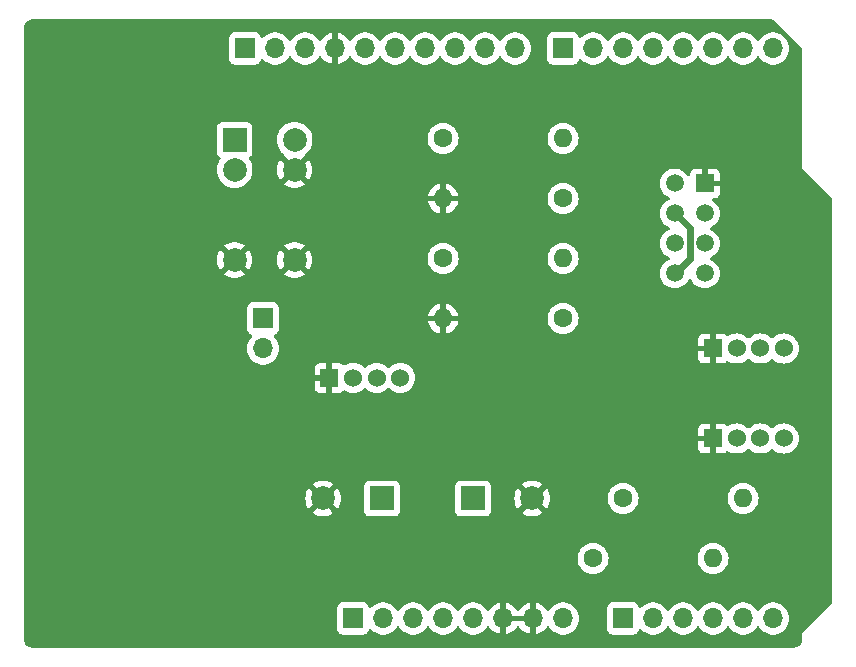
<source format=gbl>
%TF.GenerationSoftware,KiCad,Pcbnew,7.0.10*%
%TF.CreationDate,2024-04-05T22:28:22-04:00*%
%TF.ProjectId,finalIOTproject,66696e61-6c49-44f5-9470-726f6a656374,rev?*%
%TF.SameCoordinates,Original*%
%TF.FileFunction,Copper,L2,Bot*%
%TF.FilePolarity,Positive*%
%FSLAX46Y46*%
G04 Gerber Fmt 4.6, Leading zero omitted, Abs format (unit mm)*
G04 Created by KiCad (PCBNEW 7.0.10) date 2024-04-05 22:28:22*
%MOMM*%
%LPD*%
G01*
G04 APERTURE LIST*
%TA.AperFunction,ComponentPad*%
%ADD10C,1.524000*%
%TD*%
%TA.AperFunction,ComponentPad*%
%ADD11R,1.524000X1.524000*%
%TD*%
%TA.AperFunction,ComponentPad*%
%ADD12C,1.600000*%
%TD*%
%TA.AperFunction,ComponentPad*%
%ADD13O,1.600000X1.600000*%
%TD*%
%TA.AperFunction,ComponentPad*%
%ADD14R,2.000000X2.000000*%
%TD*%
%TA.AperFunction,ComponentPad*%
%ADD15C,2.000000*%
%TD*%
%TA.AperFunction,ComponentPad*%
%ADD16R,1.700000X1.700000*%
%TD*%
%TA.AperFunction,ComponentPad*%
%ADD17O,1.700000X1.700000*%
%TD*%
%TA.AperFunction,ComponentPad*%
%ADD18R,1.500000X1.500000*%
%TD*%
%TA.AperFunction,ComponentPad*%
%ADD19C,1.500000*%
%TD*%
%TA.AperFunction,Conductor*%
%ADD20C,0.600000*%
%TD*%
G04 APERTURE END LIST*
D10*
%TO.P,J5,4,Pin_4*%
%TO.N,/SCL{slash}A5*%
X164420000Y-74600000D03*
%TO.P,J5,3,Pin_3*%
%TO.N,/SDA{slash}A4*%
X162420000Y-74600000D03*
%TO.P,J5,2,Pin_2*%
%TO.N,+5V*%
X160420000Y-74600000D03*
D11*
%TO.P,J5,1,Pin_1*%
%TO.N,GND*%
X158420000Y-74600000D03*
%TD*%
D12*
%TO.P,R6,1*%
%TO.N,/SCL{slash}A5*%
X148260000Y-92380000D03*
D13*
%TO.P,R6,2*%
%TO.N,Net-(J6-Pin_4)*%
X158420000Y-92380000D03*
%TD*%
D12*
%TO.P,R5,1*%
%TO.N,/SDA{slash}A4*%
X150800000Y-87300000D03*
D13*
%TO.P,R5,2*%
%TO.N,Net-(J6-Pin_3)*%
X160960000Y-87300000D03*
%TD*%
D14*
%TO.P,K1,1*%
%TO.N,unconnected-(K1-Pad1)*%
X117912500Y-56942500D03*
D15*
%TO.P,K1,2*%
%TO.N,/2*%
X117912500Y-59482500D03*
%TO.P,K1,5*%
%TO.N,GND*%
X117912500Y-67102500D03*
%TO.P,K1,6*%
X122992500Y-67102500D03*
%TO.P,K1,9*%
X122992500Y-59482500D03*
%TO.P,K1,10*%
%TO.N,Net-(J7-Pin_2)*%
X122992500Y-56942500D03*
%TD*%
D11*
%TO.P,J8,1,Pin_1*%
%TO.N,GND*%
X125940000Y-77085000D03*
D10*
%TO.P,J8,2,Pin_2*%
%TO.N,+5V*%
X127940000Y-77085000D03*
%TO.P,J8,3,Pin_3*%
%TO.N,unconnected-(J8-Pin_3-Pad3)*%
X129940000Y-77085000D03*
%TO.P,J8,4,Pin_4*%
%TO.N,/4*%
X131940000Y-77085000D03*
%TD*%
D16*
%TO.P,J7,1,Pin_1*%
%TO.N,+5V*%
X120320000Y-72060000D03*
D17*
%TO.P,J7,2,Pin_2*%
%TO.N,Net-(J7-Pin_2)*%
X120320000Y-74600000D03*
%TD*%
D11*
%TO.P,J6,1,Pin_1*%
%TO.N,GND*%
X158420000Y-82220000D03*
D10*
%TO.P,J6,2,Pin_2*%
%TO.N,+5V*%
X160420000Y-82220000D03*
%TO.P,J6,3,Pin_3*%
%TO.N,Net-(J6-Pin_3)*%
X162420000Y-82220000D03*
%TO.P,J6,4,Pin_4*%
%TO.N,Net-(J6-Pin_4)*%
X164420000Y-82220000D03*
%TD*%
D16*
%TO.P,J1,1,Pin_1*%
%TO.N,unconnected-(J1-Pin_1-Pad1)*%
X127940000Y-97460000D03*
D17*
%TO.P,J1,2,Pin_2*%
%TO.N,/IOREF*%
X130480000Y-97460000D03*
%TO.P,J1,3,Pin_3*%
%TO.N,/~{RESET}*%
X133020000Y-97460000D03*
%TO.P,J1,4,Pin_4*%
%TO.N,+3.3V*%
X135560000Y-97460000D03*
%TO.P,J1,5,Pin_5*%
%TO.N,+5V*%
X138100000Y-97460000D03*
%TO.P,J1,6,Pin_6*%
%TO.N,GND*%
X140640000Y-97460000D03*
%TO.P,J1,7,Pin_7*%
X143180000Y-97460000D03*
%TO.P,J1,8,Pin_8*%
%TO.N,VCC*%
X145720000Y-97460000D03*
%TD*%
D16*
%TO.P,J3,1,Pin_1*%
%TO.N,/A0*%
X150800000Y-97460000D03*
D17*
%TO.P,J3,2,Pin_2*%
%TO.N,/A1*%
X153340000Y-97460000D03*
%TO.P,J3,3,Pin_3*%
%TO.N,/A2*%
X155880000Y-97460000D03*
%TO.P,J3,4,Pin_4*%
%TO.N,/A3*%
X158420000Y-97460000D03*
%TO.P,J3,5,Pin_5*%
%TO.N,/SDA{slash}A4*%
X160960000Y-97460000D03*
%TO.P,J3,6,Pin_6*%
%TO.N,/SCL{slash}A5*%
X163500000Y-97460000D03*
%TD*%
D16*
%TO.P,J2,1,Pin_1*%
%TO.N,/SCL{slash}A5*%
X118796000Y-49200000D03*
D17*
%TO.P,J2,2,Pin_2*%
%TO.N,/SDA{slash}A4*%
X121336000Y-49200000D03*
%TO.P,J2,3,Pin_3*%
%TO.N,/AREF*%
X123876000Y-49200000D03*
%TO.P,J2,4,Pin_4*%
%TO.N,GND*%
X126416000Y-49200000D03*
%TO.P,J2,5,Pin_5*%
%TO.N,/13*%
X128956000Y-49200000D03*
%TO.P,J2,6,Pin_6*%
%TO.N,/12*%
X131496000Y-49200000D03*
%TO.P,J2,7,Pin_7*%
%TO.N,/UNO_TX*%
X134036000Y-49200000D03*
%TO.P,J2,8,Pin_8*%
%TO.N,/UNO_RX*%
X136576000Y-49200000D03*
%TO.P,J2,9,Pin_9*%
%TO.N,/\u002A9*%
X139116000Y-49200000D03*
%TO.P,J2,10,Pin_10*%
%TO.N,/8*%
X141656000Y-49200000D03*
%TD*%
D16*
%TO.P,J4,1,Pin_1*%
%TO.N,/7*%
X145720000Y-49200000D03*
D17*
%TO.P,J4,2,Pin_2*%
%TO.N,/\u002A6*%
X148260000Y-49200000D03*
%TO.P,J4,3,Pin_3*%
%TO.N,/\u002A5*%
X150800000Y-49200000D03*
%TO.P,J4,4,Pin_4*%
%TO.N,/4*%
X153340000Y-49200000D03*
%TO.P,J4,5,Pin_5*%
%TO.N,/\u002A3*%
X155880000Y-49200000D03*
%TO.P,J4,6,Pin_6*%
%TO.N,/2*%
X158420000Y-49200000D03*
%TO.P,J4,7,Pin_7*%
%TO.N,/TX{slash}1*%
X160960000Y-49200000D03*
%TO.P,J4,8,Pin_8*%
%TO.N,/RX{slash}0*%
X163500000Y-49200000D03*
%TD*%
D12*
%TO.P,R3,1*%
%TO.N,/8*%
X135560000Y-56820000D03*
D13*
%TO.P,R3,2*%
%TO.N,/ESP_RST*%
X145720000Y-56820000D03*
%TD*%
D12*
%TO.P,R2,1*%
%TO.N,/ESP_RX*%
X145720000Y-72060000D03*
D13*
%TO.P,R2,2*%
%TO.N,GND*%
X135560000Y-72060000D03*
%TD*%
D15*
%TO.P,C2,2*%
%TO.N,GND*%
X125400000Y-87300000D03*
D14*
%TO.P,C2,1*%
%TO.N,+3.3V*%
X130400000Y-87300000D03*
%TD*%
D12*
%TO.P,R1,1*%
%TO.N,/UNO_TX*%
X135560000Y-66980000D03*
D13*
%TO.P,R1,2*%
%TO.N,/ESP_RX*%
X145720000Y-66980000D03*
%TD*%
D12*
%TO.P,R4,1*%
%TO.N,/ESP_RST*%
X145720000Y-61900000D03*
D13*
%TO.P,R4,2*%
%TO.N,GND*%
X135560000Y-61900000D03*
%TD*%
D18*
%TO.P,U1,1,GND*%
%TO.N,GND*%
X157730000Y-60630000D03*
D19*
%TO.P,U1,2,IO2*%
%TO.N,unconnected-(U1-IO2-Pad2)*%
X157730000Y-63170000D03*
%TO.P,U1,3,IO0*%
%TO.N,unconnected-(U1-IO0-Pad3)*%
X157730000Y-65710000D03*
%TO.P,U1,4,RXD*%
%TO.N,/ESP_RX*%
X157730000Y-68250000D03*
%TO.P,U1,5,TXD*%
%TO.N,/UNO_RX*%
X155190000Y-60630000D03*
%TO.P,U1,6,EN*%
%TO.N,+3.3V*%
X155190000Y-63170000D03*
%TO.P,U1,7,~{RST}*%
%TO.N,/ESP_RST*%
X155190000Y-65710000D03*
%TO.P,U1,8,VCC*%
%TO.N,+3.3V*%
X155190000Y-68250000D03*
%TD*%
D14*
%TO.P,C1,1*%
%TO.N,+5V*%
X138100000Y-87300000D03*
D15*
%TO.P,C1,2*%
%TO.N,GND*%
X143100000Y-87300000D03*
%TD*%
D20*
%TO.N,+3.3V*%
X155190000Y-68250000D02*
X156440000Y-67000000D01*
X156440000Y-64420000D02*
X155190000Y-63170000D01*
X156440000Y-67000000D02*
X156440000Y-64420000D01*
%TD*%
%TA.AperFunction,Conductor*%
%TO.N,GND*%
G36*
X142720507Y-97250156D02*
G01*
X142680000Y-97388111D01*
X142680000Y-97531889D01*
X142720507Y-97669844D01*
X142746314Y-97710000D01*
X141073686Y-97710000D01*
X141099493Y-97669844D01*
X141140000Y-97531889D01*
X141140000Y-97388111D01*
X141099493Y-97250156D01*
X141073686Y-97210000D01*
X142746314Y-97210000D01*
X142720507Y-97250156D01*
G37*
%TD.AperFunction*%
%TA.AperFunction,Conductor*%
G36*
X163484404Y-46755185D02*
G01*
X163505046Y-46771819D01*
X165928181Y-49194954D01*
X165961666Y-49256277D01*
X165964500Y-49282635D01*
X165964500Y-59315019D01*
X165961963Y-59334292D01*
X165964028Y-59357896D01*
X165964500Y-59368702D01*
X165964500Y-59373315D01*
X165965300Y-59377855D01*
X165966710Y-59388564D01*
X165967181Y-59393956D01*
X165971651Y-59403541D01*
X165978451Y-59411644D01*
X165978452Y-59411645D01*
X165979500Y-59412250D01*
X166005185Y-59431958D01*
X168468181Y-61894954D01*
X168501666Y-61956277D01*
X168504500Y-61982635D01*
X168504500Y-96107363D01*
X168484815Y-96174402D01*
X168468181Y-96195044D01*
X166018418Y-98644806D01*
X166003001Y-98656636D01*
X165987760Y-98674799D01*
X165980464Y-98682761D01*
X165977197Y-98686027D01*
X165974546Y-98689814D01*
X165967975Y-98698378D01*
X165964501Y-98702518D01*
X165960881Y-98712463D01*
X165959960Y-98722998D01*
X165960274Y-98724169D01*
X165964500Y-98756265D01*
X165964500Y-99231907D01*
X165963903Y-99244062D01*
X165952505Y-99359778D01*
X165947763Y-99383618D01*
X165917832Y-99482290D01*
X165915789Y-99489024D01*
X165906486Y-99511482D01*
X165854561Y-99608627D01*
X165841056Y-99628839D01*
X165771176Y-99713988D01*
X165753988Y-99731176D01*
X165668839Y-99801056D01*
X165648627Y-99814561D01*
X165551482Y-99866486D01*
X165529028Y-99875787D01*
X165487028Y-99888528D01*
X165423618Y-99907763D01*
X165399778Y-99912505D01*
X165291162Y-99923203D01*
X165284060Y-99923903D01*
X165271907Y-99924500D01*
X100768093Y-99924500D01*
X100755939Y-99923903D01*
X100747995Y-99923120D01*
X100640221Y-99912505D01*
X100616381Y-99907763D01*
X100599445Y-99902625D01*
X100510968Y-99875786D01*
X100488517Y-99866486D01*
X100391372Y-99814561D01*
X100371160Y-99801056D01*
X100286011Y-99731176D01*
X100268823Y-99713988D01*
X100198943Y-99628839D01*
X100185438Y-99608627D01*
X100133510Y-99511476D01*
X100124215Y-99489037D01*
X100092234Y-99383612D01*
X100087494Y-99359777D01*
X100076097Y-99244061D01*
X100075500Y-99231907D01*
X100075500Y-98358654D01*
X126581500Y-98358654D01*
X126588011Y-98419202D01*
X126588011Y-98419204D01*
X126639111Y-98556204D01*
X126726739Y-98673261D01*
X126843796Y-98760889D01*
X126980799Y-98811989D01*
X127008050Y-98814918D01*
X127041345Y-98818499D01*
X127041362Y-98818500D01*
X128838638Y-98818500D01*
X128838654Y-98818499D01*
X128865692Y-98815591D01*
X128899201Y-98811989D01*
X129036204Y-98760889D01*
X129153261Y-98673261D01*
X129240889Y-98556204D01*
X129286138Y-98434887D01*
X129328009Y-98378956D01*
X129393474Y-98354539D01*
X129461746Y-98369391D01*
X129493545Y-98394236D01*
X129556760Y-98462906D01*
X129734424Y-98601189D01*
X129734425Y-98601189D01*
X129734427Y-98601191D01*
X129794314Y-98633600D01*
X129932426Y-98708342D01*
X130145365Y-98781444D01*
X130367431Y-98818500D01*
X130592569Y-98818500D01*
X130814635Y-98781444D01*
X131027574Y-98708342D01*
X131225576Y-98601189D01*
X131403240Y-98462906D01*
X131524594Y-98331082D01*
X131555715Y-98297276D01*
X131555715Y-98297275D01*
X131555722Y-98297268D01*
X131646193Y-98158790D01*
X131699338Y-98113437D01*
X131768569Y-98104013D01*
X131831905Y-98133515D01*
X131853804Y-98158787D01*
X131944278Y-98297268D01*
X131944283Y-98297273D01*
X131944284Y-98297276D01*
X132070968Y-98434889D01*
X132096760Y-98462906D01*
X132274424Y-98601189D01*
X132274425Y-98601189D01*
X132274427Y-98601191D01*
X132334314Y-98633600D01*
X132472426Y-98708342D01*
X132685365Y-98781444D01*
X132907431Y-98818500D01*
X133132569Y-98818500D01*
X133354635Y-98781444D01*
X133567574Y-98708342D01*
X133765576Y-98601189D01*
X133943240Y-98462906D01*
X134064594Y-98331082D01*
X134095715Y-98297276D01*
X134095715Y-98297275D01*
X134095722Y-98297268D01*
X134186193Y-98158790D01*
X134239338Y-98113437D01*
X134308569Y-98104013D01*
X134371905Y-98133515D01*
X134393804Y-98158787D01*
X134484278Y-98297268D01*
X134484283Y-98297273D01*
X134484284Y-98297276D01*
X134610968Y-98434889D01*
X134636760Y-98462906D01*
X134814424Y-98601189D01*
X134814425Y-98601189D01*
X134814427Y-98601191D01*
X134874314Y-98633600D01*
X135012426Y-98708342D01*
X135225365Y-98781444D01*
X135447431Y-98818500D01*
X135672569Y-98818500D01*
X135894635Y-98781444D01*
X136107574Y-98708342D01*
X136305576Y-98601189D01*
X136483240Y-98462906D01*
X136604594Y-98331082D01*
X136635715Y-98297276D01*
X136635715Y-98297275D01*
X136635722Y-98297268D01*
X136726193Y-98158790D01*
X136779338Y-98113437D01*
X136848569Y-98104013D01*
X136911905Y-98133515D01*
X136933804Y-98158787D01*
X137024278Y-98297268D01*
X137024283Y-98297273D01*
X137024284Y-98297276D01*
X137150968Y-98434889D01*
X137176760Y-98462906D01*
X137354424Y-98601189D01*
X137354425Y-98601189D01*
X137354427Y-98601191D01*
X137414314Y-98633600D01*
X137552426Y-98708342D01*
X137765365Y-98781444D01*
X137987431Y-98818500D01*
X138212569Y-98818500D01*
X138434635Y-98781444D01*
X138647574Y-98708342D01*
X138845576Y-98601189D01*
X139023240Y-98462906D01*
X139144594Y-98331082D01*
X139175715Y-98297276D01*
X139175715Y-98297275D01*
X139175722Y-98297268D01*
X139269749Y-98153347D01*
X139322894Y-98107994D01*
X139392125Y-98098570D01*
X139455461Y-98128072D01*
X139475130Y-98150048D01*
X139601890Y-98331078D01*
X139768917Y-98498105D01*
X139962421Y-98633600D01*
X140176507Y-98733429D01*
X140176516Y-98733433D01*
X140390000Y-98790634D01*
X140390000Y-97895501D01*
X140497685Y-97944680D01*
X140604237Y-97960000D01*
X140675763Y-97960000D01*
X140782315Y-97944680D01*
X140890000Y-97895501D01*
X140890000Y-98790633D01*
X141103483Y-98733433D01*
X141103492Y-98733429D01*
X141317578Y-98633600D01*
X141511082Y-98498105D01*
X141678105Y-98331082D01*
X141808425Y-98144968D01*
X141863002Y-98101344D01*
X141932501Y-98094151D01*
X141994855Y-98125673D01*
X142011575Y-98144968D01*
X142141894Y-98331082D01*
X142308917Y-98498105D01*
X142502421Y-98633600D01*
X142716507Y-98733429D01*
X142716516Y-98733433D01*
X142930000Y-98790634D01*
X142930000Y-97895501D01*
X143037685Y-97944680D01*
X143144237Y-97960000D01*
X143215763Y-97960000D01*
X143322315Y-97944680D01*
X143430000Y-97895501D01*
X143430000Y-98790633D01*
X143643483Y-98733433D01*
X143643492Y-98733429D01*
X143857578Y-98633600D01*
X144051082Y-98498105D01*
X144218105Y-98331082D01*
X144344868Y-98150048D01*
X144399445Y-98106423D01*
X144468944Y-98099231D01*
X144531298Y-98130753D01*
X144550251Y-98153350D01*
X144644276Y-98297265D01*
X144644284Y-98297276D01*
X144770968Y-98434889D01*
X144796760Y-98462906D01*
X144974424Y-98601189D01*
X144974425Y-98601189D01*
X144974427Y-98601191D01*
X145034314Y-98633600D01*
X145172426Y-98708342D01*
X145385365Y-98781444D01*
X145607431Y-98818500D01*
X145832569Y-98818500D01*
X146054635Y-98781444D01*
X146267574Y-98708342D01*
X146465576Y-98601189D01*
X146643240Y-98462906D01*
X146739212Y-98358654D01*
X149441500Y-98358654D01*
X149448011Y-98419202D01*
X149448011Y-98419204D01*
X149499111Y-98556204D01*
X149586739Y-98673261D01*
X149703796Y-98760889D01*
X149840799Y-98811989D01*
X149868050Y-98814918D01*
X149901345Y-98818499D01*
X149901362Y-98818500D01*
X151698638Y-98818500D01*
X151698654Y-98818499D01*
X151725692Y-98815591D01*
X151759201Y-98811989D01*
X151896204Y-98760889D01*
X152013261Y-98673261D01*
X152100889Y-98556204D01*
X152146138Y-98434887D01*
X152188009Y-98378956D01*
X152253474Y-98354539D01*
X152321746Y-98369391D01*
X152353545Y-98394236D01*
X152416760Y-98462906D01*
X152594424Y-98601189D01*
X152594425Y-98601189D01*
X152594427Y-98601191D01*
X152654314Y-98633600D01*
X152792426Y-98708342D01*
X153005365Y-98781444D01*
X153227431Y-98818500D01*
X153452569Y-98818500D01*
X153674635Y-98781444D01*
X153887574Y-98708342D01*
X154085576Y-98601189D01*
X154263240Y-98462906D01*
X154384594Y-98331082D01*
X154415715Y-98297276D01*
X154415715Y-98297275D01*
X154415722Y-98297268D01*
X154506193Y-98158790D01*
X154559338Y-98113437D01*
X154628569Y-98104013D01*
X154691905Y-98133515D01*
X154713804Y-98158787D01*
X154804278Y-98297268D01*
X154804283Y-98297273D01*
X154804284Y-98297276D01*
X154930968Y-98434889D01*
X154956760Y-98462906D01*
X155134424Y-98601189D01*
X155134425Y-98601189D01*
X155134427Y-98601191D01*
X155194314Y-98633600D01*
X155332426Y-98708342D01*
X155545365Y-98781444D01*
X155767431Y-98818500D01*
X155992569Y-98818500D01*
X156214635Y-98781444D01*
X156427574Y-98708342D01*
X156625576Y-98601189D01*
X156803240Y-98462906D01*
X156924594Y-98331082D01*
X156955715Y-98297276D01*
X156955715Y-98297275D01*
X156955722Y-98297268D01*
X157046193Y-98158790D01*
X157099338Y-98113437D01*
X157168569Y-98104013D01*
X157231905Y-98133515D01*
X157253804Y-98158787D01*
X157344278Y-98297268D01*
X157344283Y-98297273D01*
X157344284Y-98297276D01*
X157470968Y-98434889D01*
X157496760Y-98462906D01*
X157674424Y-98601189D01*
X157674425Y-98601189D01*
X157674427Y-98601191D01*
X157734314Y-98633600D01*
X157872426Y-98708342D01*
X158085365Y-98781444D01*
X158307431Y-98818500D01*
X158532569Y-98818500D01*
X158754635Y-98781444D01*
X158967574Y-98708342D01*
X159165576Y-98601189D01*
X159343240Y-98462906D01*
X159464594Y-98331082D01*
X159495715Y-98297276D01*
X159495715Y-98297275D01*
X159495722Y-98297268D01*
X159586193Y-98158790D01*
X159639338Y-98113437D01*
X159708569Y-98104013D01*
X159771905Y-98133515D01*
X159793804Y-98158787D01*
X159884278Y-98297268D01*
X159884283Y-98297273D01*
X159884284Y-98297276D01*
X160010968Y-98434889D01*
X160036760Y-98462906D01*
X160214424Y-98601189D01*
X160214425Y-98601189D01*
X160214427Y-98601191D01*
X160274314Y-98633600D01*
X160412426Y-98708342D01*
X160625365Y-98781444D01*
X160847431Y-98818500D01*
X161072569Y-98818500D01*
X161294635Y-98781444D01*
X161507574Y-98708342D01*
X161705576Y-98601189D01*
X161883240Y-98462906D01*
X162004594Y-98331082D01*
X162035715Y-98297276D01*
X162035715Y-98297275D01*
X162035722Y-98297268D01*
X162126193Y-98158790D01*
X162179338Y-98113437D01*
X162248569Y-98104013D01*
X162311905Y-98133515D01*
X162333804Y-98158787D01*
X162424278Y-98297268D01*
X162424283Y-98297273D01*
X162424284Y-98297276D01*
X162550968Y-98434889D01*
X162576760Y-98462906D01*
X162754424Y-98601189D01*
X162754425Y-98601189D01*
X162754427Y-98601191D01*
X162814314Y-98633600D01*
X162952426Y-98708342D01*
X163165365Y-98781444D01*
X163387431Y-98818500D01*
X163612569Y-98818500D01*
X163834635Y-98781444D01*
X164047574Y-98708342D01*
X164245576Y-98601189D01*
X164423240Y-98462906D01*
X164544594Y-98331082D01*
X164575715Y-98297276D01*
X164575717Y-98297273D01*
X164575722Y-98297268D01*
X164698860Y-98108791D01*
X164789296Y-97902616D01*
X164844564Y-97684368D01*
X164863156Y-97460000D01*
X164844564Y-97235632D01*
X164789296Y-97017384D01*
X164698860Y-96811209D01*
X164682706Y-96786484D01*
X164575723Y-96622734D01*
X164575715Y-96622723D01*
X164423243Y-96457097D01*
X164423238Y-96457092D01*
X164245577Y-96318812D01*
X164245572Y-96318808D01*
X164047580Y-96211661D01*
X164047577Y-96211659D01*
X164047574Y-96211658D01*
X164047571Y-96211657D01*
X164047569Y-96211656D01*
X163834637Y-96138556D01*
X163612569Y-96101500D01*
X163387431Y-96101500D01*
X163165362Y-96138556D01*
X162952430Y-96211656D01*
X162952419Y-96211661D01*
X162754427Y-96318808D01*
X162754422Y-96318812D01*
X162576761Y-96457092D01*
X162576756Y-96457097D01*
X162424284Y-96622723D01*
X162424276Y-96622734D01*
X162333808Y-96761206D01*
X162280662Y-96806562D01*
X162211431Y-96815986D01*
X162148095Y-96786484D01*
X162126192Y-96761206D01*
X162035723Y-96622734D01*
X162035715Y-96622723D01*
X161883243Y-96457097D01*
X161883238Y-96457092D01*
X161705577Y-96318812D01*
X161705572Y-96318808D01*
X161507580Y-96211661D01*
X161507577Y-96211659D01*
X161507574Y-96211658D01*
X161507571Y-96211657D01*
X161507569Y-96211656D01*
X161294637Y-96138556D01*
X161072569Y-96101500D01*
X160847431Y-96101500D01*
X160625362Y-96138556D01*
X160412430Y-96211656D01*
X160412419Y-96211661D01*
X160214427Y-96318808D01*
X160214422Y-96318812D01*
X160036761Y-96457092D01*
X160036756Y-96457097D01*
X159884284Y-96622723D01*
X159884276Y-96622734D01*
X159793808Y-96761206D01*
X159740662Y-96806562D01*
X159671431Y-96815986D01*
X159608095Y-96786484D01*
X159586192Y-96761206D01*
X159495723Y-96622734D01*
X159495715Y-96622723D01*
X159343243Y-96457097D01*
X159343238Y-96457092D01*
X159165577Y-96318812D01*
X159165572Y-96318808D01*
X158967580Y-96211661D01*
X158967577Y-96211659D01*
X158967574Y-96211658D01*
X158967571Y-96211657D01*
X158967569Y-96211656D01*
X158754637Y-96138556D01*
X158532569Y-96101500D01*
X158307431Y-96101500D01*
X158085362Y-96138556D01*
X157872430Y-96211656D01*
X157872419Y-96211661D01*
X157674427Y-96318808D01*
X157674422Y-96318812D01*
X157496761Y-96457092D01*
X157496756Y-96457097D01*
X157344284Y-96622723D01*
X157344276Y-96622734D01*
X157253808Y-96761206D01*
X157200662Y-96806562D01*
X157131431Y-96815986D01*
X157068095Y-96786484D01*
X157046192Y-96761206D01*
X156955723Y-96622734D01*
X156955715Y-96622723D01*
X156803243Y-96457097D01*
X156803238Y-96457092D01*
X156625577Y-96318812D01*
X156625572Y-96318808D01*
X156427580Y-96211661D01*
X156427577Y-96211659D01*
X156427574Y-96211658D01*
X156427571Y-96211657D01*
X156427569Y-96211656D01*
X156214637Y-96138556D01*
X155992569Y-96101500D01*
X155767431Y-96101500D01*
X155545362Y-96138556D01*
X155332430Y-96211656D01*
X155332419Y-96211661D01*
X155134427Y-96318808D01*
X155134422Y-96318812D01*
X154956761Y-96457092D01*
X154956756Y-96457097D01*
X154804284Y-96622723D01*
X154804276Y-96622734D01*
X154713808Y-96761206D01*
X154660662Y-96806562D01*
X154591431Y-96815986D01*
X154528095Y-96786484D01*
X154506192Y-96761206D01*
X154415723Y-96622734D01*
X154415715Y-96622723D01*
X154263243Y-96457097D01*
X154263238Y-96457092D01*
X154085577Y-96318812D01*
X154085572Y-96318808D01*
X153887580Y-96211661D01*
X153887577Y-96211659D01*
X153887574Y-96211658D01*
X153887571Y-96211657D01*
X153887569Y-96211656D01*
X153674637Y-96138556D01*
X153452569Y-96101500D01*
X153227431Y-96101500D01*
X153005362Y-96138556D01*
X152792430Y-96211656D01*
X152792419Y-96211661D01*
X152594427Y-96318808D01*
X152594422Y-96318812D01*
X152416761Y-96457092D01*
X152353548Y-96525760D01*
X152293661Y-96561750D01*
X152223823Y-96559649D01*
X152166207Y-96520124D01*
X152146138Y-96485110D01*
X152100889Y-96363796D01*
X152067214Y-96318812D01*
X152013261Y-96246739D01*
X151896204Y-96159111D01*
X151895172Y-96158726D01*
X151759203Y-96108011D01*
X151698654Y-96101500D01*
X151698638Y-96101500D01*
X149901362Y-96101500D01*
X149901345Y-96101500D01*
X149840797Y-96108011D01*
X149840795Y-96108011D01*
X149703795Y-96159111D01*
X149586739Y-96246739D01*
X149499111Y-96363795D01*
X149448011Y-96500795D01*
X149448011Y-96500797D01*
X149441500Y-96561345D01*
X149441500Y-98358654D01*
X146739212Y-98358654D01*
X146764594Y-98331082D01*
X146795715Y-98297276D01*
X146795717Y-98297273D01*
X146795722Y-98297268D01*
X146918860Y-98108791D01*
X147009296Y-97902616D01*
X147064564Y-97684368D01*
X147083156Y-97460000D01*
X147064564Y-97235632D01*
X147009296Y-97017384D01*
X146918860Y-96811209D01*
X146902706Y-96786484D01*
X146795723Y-96622734D01*
X146795715Y-96622723D01*
X146643243Y-96457097D01*
X146643238Y-96457092D01*
X146465577Y-96318812D01*
X146465572Y-96318808D01*
X146267580Y-96211661D01*
X146267577Y-96211659D01*
X146267574Y-96211658D01*
X146267571Y-96211657D01*
X146267569Y-96211656D01*
X146054637Y-96138556D01*
X145832569Y-96101500D01*
X145607431Y-96101500D01*
X145385362Y-96138556D01*
X145172430Y-96211656D01*
X145172419Y-96211661D01*
X144974427Y-96318808D01*
X144974422Y-96318812D01*
X144796761Y-96457092D01*
X144796756Y-96457097D01*
X144644284Y-96622723D01*
X144644276Y-96622734D01*
X144550251Y-96766650D01*
X144497105Y-96812007D01*
X144427873Y-96821430D01*
X144364538Y-96791928D01*
X144344868Y-96769951D01*
X144218113Y-96588926D01*
X144218108Y-96588920D01*
X144051082Y-96421894D01*
X143857578Y-96286399D01*
X143643492Y-96186570D01*
X143643486Y-96186567D01*
X143430000Y-96129364D01*
X143430000Y-97024498D01*
X143322315Y-96975320D01*
X143215763Y-96960000D01*
X143144237Y-96960000D01*
X143037685Y-96975320D01*
X142930000Y-97024498D01*
X142930000Y-96129364D01*
X142929999Y-96129364D01*
X142716513Y-96186567D01*
X142716507Y-96186570D01*
X142502422Y-96286399D01*
X142502420Y-96286400D01*
X142308926Y-96421886D01*
X142308920Y-96421891D01*
X142141891Y-96588920D01*
X142141890Y-96588922D01*
X142011575Y-96775031D01*
X141956998Y-96818655D01*
X141887499Y-96825848D01*
X141825145Y-96794326D01*
X141808425Y-96775031D01*
X141678109Y-96588922D01*
X141678108Y-96588920D01*
X141511082Y-96421894D01*
X141317578Y-96286399D01*
X141103492Y-96186570D01*
X141103486Y-96186567D01*
X140890000Y-96129364D01*
X140890000Y-97024498D01*
X140782315Y-96975320D01*
X140675763Y-96960000D01*
X140604237Y-96960000D01*
X140497685Y-96975320D01*
X140390000Y-97024498D01*
X140390000Y-96129364D01*
X140389999Y-96129364D01*
X140176513Y-96186567D01*
X140176507Y-96186570D01*
X139962422Y-96286399D01*
X139962420Y-96286400D01*
X139768926Y-96421886D01*
X139768920Y-96421891D01*
X139601891Y-96588920D01*
X139601890Y-96588922D01*
X139475131Y-96769952D01*
X139420554Y-96813577D01*
X139351055Y-96820769D01*
X139288701Y-96789247D01*
X139269752Y-96766656D01*
X139175722Y-96622732D01*
X139175715Y-96622725D01*
X139175715Y-96622723D01*
X139023243Y-96457097D01*
X139023238Y-96457092D01*
X138845577Y-96318812D01*
X138845572Y-96318808D01*
X138647580Y-96211661D01*
X138647577Y-96211659D01*
X138647574Y-96211658D01*
X138647571Y-96211657D01*
X138647569Y-96211656D01*
X138434637Y-96138556D01*
X138212569Y-96101500D01*
X137987431Y-96101500D01*
X137765362Y-96138556D01*
X137552430Y-96211656D01*
X137552419Y-96211661D01*
X137354427Y-96318808D01*
X137354422Y-96318812D01*
X137176761Y-96457092D01*
X137176756Y-96457097D01*
X137024284Y-96622723D01*
X137024276Y-96622734D01*
X136933808Y-96761206D01*
X136880662Y-96806562D01*
X136811431Y-96815986D01*
X136748095Y-96786484D01*
X136726192Y-96761206D01*
X136635723Y-96622734D01*
X136635715Y-96622723D01*
X136483243Y-96457097D01*
X136483238Y-96457092D01*
X136305577Y-96318812D01*
X136305572Y-96318808D01*
X136107580Y-96211661D01*
X136107577Y-96211659D01*
X136107574Y-96211658D01*
X136107571Y-96211657D01*
X136107569Y-96211656D01*
X135894637Y-96138556D01*
X135672569Y-96101500D01*
X135447431Y-96101500D01*
X135225362Y-96138556D01*
X135012430Y-96211656D01*
X135012419Y-96211661D01*
X134814427Y-96318808D01*
X134814422Y-96318812D01*
X134636761Y-96457092D01*
X134636756Y-96457097D01*
X134484284Y-96622723D01*
X134484276Y-96622734D01*
X134393808Y-96761206D01*
X134340662Y-96806562D01*
X134271431Y-96815986D01*
X134208095Y-96786484D01*
X134186192Y-96761206D01*
X134095723Y-96622734D01*
X134095715Y-96622723D01*
X133943243Y-96457097D01*
X133943238Y-96457092D01*
X133765577Y-96318812D01*
X133765572Y-96318808D01*
X133567580Y-96211661D01*
X133567577Y-96211659D01*
X133567574Y-96211658D01*
X133567571Y-96211657D01*
X133567569Y-96211656D01*
X133354637Y-96138556D01*
X133132569Y-96101500D01*
X132907431Y-96101500D01*
X132685362Y-96138556D01*
X132472430Y-96211656D01*
X132472419Y-96211661D01*
X132274427Y-96318808D01*
X132274422Y-96318812D01*
X132096761Y-96457092D01*
X132096756Y-96457097D01*
X131944284Y-96622723D01*
X131944276Y-96622734D01*
X131853808Y-96761206D01*
X131800662Y-96806562D01*
X131731431Y-96815986D01*
X131668095Y-96786484D01*
X131646192Y-96761206D01*
X131555723Y-96622734D01*
X131555715Y-96622723D01*
X131403243Y-96457097D01*
X131403238Y-96457092D01*
X131225577Y-96318812D01*
X131225572Y-96318808D01*
X131027580Y-96211661D01*
X131027577Y-96211659D01*
X131027574Y-96211658D01*
X131027571Y-96211657D01*
X131027569Y-96211656D01*
X130814637Y-96138556D01*
X130592569Y-96101500D01*
X130367431Y-96101500D01*
X130145362Y-96138556D01*
X129932430Y-96211656D01*
X129932419Y-96211661D01*
X129734427Y-96318808D01*
X129734422Y-96318812D01*
X129556761Y-96457092D01*
X129493548Y-96525760D01*
X129433661Y-96561750D01*
X129363823Y-96559649D01*
X129306207Y-96520124D01*
X129286138Y-96485110D01*
X129240889Y-96363796D01*
X129207214Y-96318812D01*
X129153261Y-96246739D01*
X129036204Y-96159111D01*
X129035172Y-96158726D01*
X128899203Y-96108011D01*
X128838654Y-96101500D01*
X128838638Y-96101500D01*
X127041362Y-96101500D01*
X127041345Y-96101500D01*
X126980797Y-96108011D01*
X126980795Y-96108011D01*
X126843795Y-96159111D01*
X126726739Y-96246739D01*
X126639111Y-96363795D01*
X126588011Y-96500795D01*
X126588011Y-96500797D01*
X126581500Y-96561345D01*
X126581500Y-98358654D01*
X100075500Y-98358654D01*
X100075500Y-92380001D01*
X146946502Y-92380001D01*
X146966456Y-92608081D01*
X146966457Y-92608089D01*
X147025714Y-92829238D01*
X147025718Y-92829249D01*
X147122475Y-93036745D01*
X147122477Y-93036749D01*
X147253802Y-93224300D01*
X147415700Y-93386198D01*
X147603251Y-93517523D01*
X147728091Y-93575736D01*
X147810750Y-93614281D01*
X147810752Y-93614281D01*
X147810757Y-93614284D01*
X148031913Y-93673543D01*
X148194832Y-93687796D01*
X148259998Y-93693498D01*
X148260000Y-93693498D01*
X148260002Y-93693498D01*
X148317021Y-93688509D01*
X148488087Y-93673543D01*
X148709243Y-93614284D01*
X148916749Y-93517523D01*
X149104300Y-93386198D01*
X149266198Y-93224300D01*
X149397523Y-93036749D01*
X149494284Y-92829243D01*
X149553543Y-92608087D01*
X149573498Y-92380001D01*
X157106502Y-92380001D01*
X157126456Y-92608081D01*
X157126457Y-92608089D01*
X157185714Y-92829238D01*
X157185718Y-92829249D01*
X157282475Y-93036745D01*
X157282477Y-93036749D01*
X157413802Y-93224300D01*
X157575700Y-93386198D01*
X157763251Y-93517523D01*
X157888091Y-93575736D01*
X157970750Y-93614281D01*
X157970752Y-93614281D01*
X157970757Y-93614284D01*
X158191913Y-93673543D01*
X158354832Y-93687796D01*
X158419998Y-93693498D01*
X158420000Y-93693498D01*
X158420002Y-93693498D01*
X158477021Y-93688509D01*
X158648087Y-93673543D01*
X158869243Y-93614284D01*
X159076749Y-93517523D01*
X159264300Y-93386198D01*
X159426198Y-93224300D01*
X159557523Y-93036749D01*
X159654284Y-92829243D01*
X159713543Y-92608087D01*
X159733498Y-92380000D01*
X159713543Y-92151913D01*
X159654284Y-91930757D01*
X159557523Y-91723251D01*
X159426198Y-91535700D01*
X159264300Y-91373802D01*
X159076749Y-91242477D01*
X159076745Y-91242475D01*
X158869249Y-91145718D01*
X158869238Y-91145714D01*
X158648089Y-91086457D01*
X158648081Y-91086456D01*
X158420002Y-91066502D01*
X158419998Y-91066502D01*
X158191918Y-91086456D01*
X158191910Y-91086457D01*
X157970761Y-91145714D01*
X157970750Y-91145718D01*
X157763254Y-91242475D01*
X157763252Y-91242476D01*
X157763251Y-91242477D01*
X157575700Y-91373802D01*
X157575698Y-91373803D01*
X157575695Y-91373806D01*
X157413806Y-91535695D01*
X157282476Y-91723252D01*
X157282475Y-91723254D01*
X157185718Y-91930750D01*
X157185714Y-91930761D01*
X157126457Y-92151910D01*
X157126456Y-92151918D01*
X157106502Y-92379998D01*
X157106502Y-92380001D01*
X149573498Y-92380001D01*
X149573498Y-92380000D01*
X149553543Y-92151913D01*
X149494284Y-91930757D01*
X149397523Y-91723251D01*
X149266198Y-91535700D01*
X149104300Y-91373802D01*
X148916749Y-91242477D01*
X148916745Y-91242475D01*
X148709249Y-91145718D01*
X148709238Y-91145714D01*
X148488089Y-91086457D01*
X148488081Y-91086456D01*
X148260002Y-91066502D01*
X148259998Y-91066502D01*
X148031918Y-91086456D01*
X148031910Y-91086457D01*
X147810761Y-91145714D01*
X147810750Y-91145718D01*
X147603254Y-91242475D01*
X147603252Y-91242476D01*
X147603251Y-91242477D01*
X147415700Y-91373802D01*
X147415698Y-91373803D01*
X147415695Y-91373806D01*
X147253806Y-91535695D01*
X147122476Y-91723252D01*
X147122475Y-91723254D01*
X147025718Y-91930750D01*
X147025714Y-91930761D01*
X146966457Y-92151910D01*
X146966456Y-92151918D01*
X146946502Y-92379998D01*
X146946502Y-92380001D01*
X100075500Y-92380001D01*
X100075500Y-87300005D01*
X123894859Y-87300005D01*
X123915385Y-87547729D01*
X123915387Y-87547738D01*
X123976412Y-87788717D01*
X124076266Y-88016364D01*
X124176564Y-88169882D01*
X124916923Y-87429523D01*
X124940507Y-87509844D01*
X125018239Y-87630798D01*
X125126900Y-87724952D01*
X125257685Y-87784680D01*
X125267466Y-87786086D01*
X124529942Y-88523609D01*
X124576768Y-88560055D01*
X124576770Y-88560056D01*
X124795385Y-88678364D01*
X124795396Y-88678369D01*
X125030506Y-88759083D01*
X125275707Y-88800000D01*
X125524293Y-88800000D01*
X125769493Y-88759083D01*
X126004603Y-88678369D01*
X126004614Y-88678364D01*
X126223228Y-88560057D01*
X126223231Y-88560055D01*
X126270056Y-88523609D01*
X126095101Y-88348654D01*
X128891500Y-88348654D01*
X128898011Y-88409202D01*
X128898011Y-88409204D01*
X128940683Y-88523609D01*
X128949111Y-88546204D01*
X129036739Y-88663261D01*
X129153796Y-88750889D01*
X129290799Y-88801989D01*
X129318050Y-88804918D01*
X129351345Y-88808499D01*
X129351362Y-88808500D01*
X131448638Y-88808500D01*
X131448654Y-88808499D01*
X131475692Y-88805591D01*
X131509201Y-88801989D01*
X131646204Y-88750889D01*
X131763261Y-88663261D01*
X131850889Y-88546204D01*
X131901989Y-88409201D01*
X131905591Y-88375692D01*
X131908499Y-88348654D01*
X136591500Y-88348654D01*
X136598011Y-88409202D01*
X136598011Y-88409204D01*
X136640683Y-88523609D01*
X136649111Y-88546204D01*
X136736739Y-88663261D01*
X136853796Y-88750889D01*
X136990799Y-88801989D01*
X137018050Y-88804918D01*
X137051345Y-88808499D01*
X137051362Y-88808500D01*
X139148638Y-88808500D01*
X139148654Y-88808499D01*
X139175692Y-88805591D01*
X139209201Y-88801989D01*
X139346204Y-88750889D01*
X139463261Y-88663261D01*
X139550889Y-88546204D01*
X139601989Y-88409201D01*
X139605591Y-88375692D01*
X139608499Y-88348654D01*
X139608500Y-88348637D01*
X139608500Y-87300005D01*
X141594859Y-87300005D01*
X141615385Y-87547729D01*
X141615387Y-87547738D01*
X141676412Y-87788717D01*
X141776266Y-88016364D01*
X141876564Y-88169882D01*
X142616923Y-87429523D01*
X142640507Y-87509844D01*
X142718239Y-87630798D01*
X142826900Y-87724952D01*
X142957685Y-87784680D01*
X142967466Y-87786086D01*
X142229942Y-88523609D01*
X142276768Y-88560055D01*
X142276770Y-88560056D01*
X142495385Y-88678364D01*
X142495396Y-88678369D01*
X142730506Y-88759083D01*
X142975707Y-88800000D01*
X143224293Y-88800000D01*
X143469493Y-88759083D01*
X143704603Y-88678369D01*
X143704614Y-88678364D01*
X143923228Y-88560057D01*
X143923231Y-88560055D01*
X143970056Y-88523609D01*
X143232533Y-87786086D01*
X143242315Y-87784680D01*
X143373100Y-87724952D01*
X143481761Y-87630798D01*
X143559493Y-87509844D01*
X143583076Y-87429524D01*
X144323434Y-88169882D01*
X144423731Y-88016369D01*
X144523587Y-87788717D01*
X144584612Y-87547738D01*
X144584614Y-87547729D01*
X144605141Y-87300005D01*
X144605141Y-87300001D01*
X149486502Y-87300001D01*
X149506456Y-87528081D01*
X149506457Y-87528089D01*
X149565714Y-87749238D01*
X149565718Y-87749249D01*
X149589384Y-87800000D01*
X149662477Y-87956749D01*
X149793802Y-88144300D01*
X149955700Y-88306198D01*
X150143251Y-88437523D01*
X150268091Y-88495736D01*
X150350750Y-88534281D01*
X150350752Y-88534281D01*
X150350757Y-88534284D01*
X150571913Y-88593543D01*
X150734832Y-88607796D01*
X150799998Y-88613498D01*
X150800000Y-88613498D01*
X150800002Y-88613498D01*
X150857021Y-88608509D01*
X151028087Y-88593543D01*
X151249243Y-88534284D01*
X151456749Y-88437523D01*
X151644300Y-88306198D01*
X151806198Y-88144300D01*
X151937523Y-87956749D01*
X152034284Y-87749243D01*
X152093543Y-87528087D01*
X152113498Y-87300001D01*
X159646502Y-87300001D01*
X159666456Y-87528081D01*
X159666457Y-87528089D01*
X159725714Y-87749238D01*
X159725718Y-87749249D01*
X159749384Y-87800000D01*
X159822477Y-87956749D01*
X159953802Y-88144300D01*
X160115700Y-88306198D01*
X160303251Y-88437523D01*
X160428091Y-88495736D01*
X160510750Y-88534281D01*
X160510752Y-88534281D01*
X160510757Y-88534284D01*
X160731913Y-88593543D01*
X160894832Y-88607796D01*
X160959998Y-88613498D01*
X160960000Y-88613498D01*
X160960002Y-88613498D01*
X161017021Y-88608509D01*
X161188087Y-88593543D01*
X161409243Y-88534284D01*
X161616749Y-88437523D01*
X161804300Y-88306198D01*
X161966198Y-88144300D01*
X162097523Y-87956749D01*
X162194284Y-87749243D01*
X162253543Y-87528087D01*
X162273498Y-87300000D01*
X162273497Y-87299994D01*
X162253543Y-87071918D01*
X162253543Y-87071913D01*
X162194284Y-86850757D01*
X162097523Y-86643251D01*
X161966198Y-86455700D01*
X161804300Y-86293802D01*
X161616749Y-86162477D01*
X161616745Y-86162475D01*
X161409249Y-86065718D01*
X161409238Y-86065714D01*
X161188089Y-86006457D01*
X161188081Y-86006456D01*
X160960002Y-85986502D01*
X160959998Y-85986502D01*
X160731918Y-86006456D01*
X160731910Y-86006457D01*
X160510761Y-86065714D01*
X160510750Y-86065718D01*
X160303254Y-86162475D01*
X160303252Y-86162476D01*
X160303251Y-86162477D01*
X160115700Y-86293802D01*
X160115698Y-86293803D01*
X160115695Y-86293806D01*
X159953806Y-86455695D01*
X159822476Y-86643252D01*
X159822475Y-86643254D01*
X159725718Y-86850750D01*
X159725714Y-86850761D01*
X159666457Y-87071910D01*
X159666456Y-87071918D01*
X159646502Y-87299998D01*
X159646502Y-87300001D01*
X152113498Y-87300001D01*
X152113498Y-87300000D01*
X152113497Y-87299994D01*
X152093543Y-87071918D01*
X152093543Y-87071913D01*
X152034284Y-86850757D01*
X151937523Y-86643251D01*
X151806198Y-86455700D01*
X151644300Y-86293802D01*
X151456749Y-86162477D01*
X151456745Y-86162475D01*
X151249249Y-86065718D01*
X151249238Y-86065714D01*
X151028089Y-86006457D01*
X151028081Y-86006456D01*
X150800002Y-85986502D01*
X150799998Y-85986502D01*
X150571918Y-86006456D01*
X150571910Y-86006457D01*
X150350761Y-86065714D01*
X150350750Y-86065718D01*
X150143254Y-86162475D01*
X150143252Y-86162476D01*
X150143251Y-86162477D01*
X149955700Y-86293802D01*
X149955698Y-86293803D01*
X149955695Y-86293806D01*
X149793806Y-86455695D01*
X149662476Y-86643252D01*
X149662475Y-86643254D01*
X149565718Y-86850750D01*
X149565714Y-86850761D01*
X149506457Y-87071910D01*
X149506456Y-87071918D01*
X149486502Y-87299998D01*
X149486502Y-87300001D01*
X144605141Y-87300001D01*
X144605141Y-87299994D01*
X144584614Y-87052270D01*
X144584612Y-87052261D01*
X144523587Y-86811282D01*
X144423731Y-86583630D01*
X144323434Y-86430116D01*
X143583076Y-87170475D01*
X143559493Y-87090156D01*
X143481761Y-86969202D01*
X143373100Y-86875048D01*
X143242315Y-86815320D01*
X143232534Y-86813913D01*
X143970057Y-86076390D01*
X143970056Y-86076389D01*
X143923229Y-86039943D01*
X143704614Y-85921635D01*
X143704603Y-85921630D01*
X143469493Y-85840916D01*
X143224293Y-85800000D01*
X142975707Y-85800000D01*
X142730506Y-85840916D01*
X142495396Y-85921630D01*
X142495390Y-85921632D01*
X142276761Y-86039949D01*
X142229942Y-86076388D01*
X142229942Y-86076390D01*
X142967466Y-86813913D01*
X142957685Y-86815320D01*
X142826900Y-86875048D01*
X142718239Y-86969202D01*
X142640507Y-87090156D01*
X142616923Y-87170475D01*
X141876564Y-86430116D01*
X141776267Y-86583632D01*
X141676412Y-86811282D01*
X141615387Y-87052261D01*
X141615385Y-87052270D01*
X141594859Y-87299994D01*
X141594859Y-87300005D01*
X139608500Y-87300005D01*
X139608500Y-86251362D01*
X139608499Y-86251345D01*
X139605157Y-86220270D01*
X139601989Y-86190799D01*
X139591425Y-86162477D01*
X139559316Y-86076390D01*
X139550889Y-86053796D01*
X139463261Y-85936739D01*
X139346204Y-85849111D01*
X139324233Y-85840916D01*
X139209203Y-85798011D01*
X139148654Y-85791500D01*
X139148638Y-85791500D01*
X137051362Y-85791500D01*
X137051345Y-85791500D01*
X136990797Y-85798011D01*
X136990795Y-85798011D01*
X136853795Y-85849111D01*
X136736739Y-85936739D01*
X136649111Y-86053795D01*
X136598011Y-86190795D01*
X136598011Y-86190797D01*
X136591500Y-86251345D01*
X136591500Y-88348654D01*
X131908499Y-88348654D01*
X131908500Y-88348637D01*
X131908500Y-86251362D01*
X131908499Y-86251345D01*
X131905157Y-86220270D01*
X131901989Y-86190799D01*
X131891425Y-86162477D01*
X131859316Y-86076390D01*
X131850889Y-86053796D01*
X131763261Y-85936739D01*
X131646204Y-85849111D01*
X131624233Y-85840916D01*
X131509203Y-85798011D01*
X131448654Y-85791500D01*
X131448638Y-85791500D01*
X129351362Y-85791500D01*
X129351345Y-85791500D01*
X129290797Y-85798011D01*
X129290795Y-85798011D01*
X129153795Y-85849111D01*
X129036739Y-85936739D01*
X128949111Y-86053795D01*
X128898011Y-86190795D01*
X128898011Y-86190797D01*
X128891500Y-86251345D01*
X128891500Y-88348654D01*
X126095101Y-88348654D01*
X125532533Y-87786086D01*
X125542315Y-87784680D01*
X125673100Y-87724952D01*
X125781761Y-87630798D01*
X125859493Y-87509844D01*
X125883076Y-87429524D01*
X126623434Y-88169882D01*
X126723731Y-88016369D01*
X126823587Y-87788717D01*
X126884612Y-87547738D01*
X126884614Y-87547729D01*
X126905141Y-87300005D01*
X126905141Y-87299994D01*
X126884614Y-87052270D01*
X126884612Y-87052261D01*
X126823587Y-86811282D01*
X126723731Y-86583630D01*
X126623434Y-86430116D01*
X125883076Y-87170475D01*
X125859493Y-87090156D01*
X125781761Y-86969202D01*
X125673100Y-86875048D01*
X125542315Y-86815320D01*
X125532534Y-86813913D01*
X126270057Y-86076390D01*
X126270056Y-86076389D01*
X126223229Y-86039943D01*
X126004614Y-85921635D01*
X126004603Y-85921630D01*
X125769493Y-85840916D01*
X125524293Y-85800000D01*
X125275707Y-85800000D01*
X125030506Y-85840916D01*
X124795396Y-85921630D01*
X124795390Y-85921632D01*
X124576761Y-86039949D01*
X124529942Y-86076388D01*
X124529942Y-86076390D01*
X125267466Y-86813913D01*
X125257685Y-86815320D01*
X125126900Y-86875048D01*
X125018239Y-86969202D01*
X124940507Y-87090156D01*
X124916923Y-87170475D01*
X124176564Y-86430116D01*
X124076267Y-86583632D01*
X123976412Y-86811282D01*
X123915387Y-87052261D01*
X123915385Y-87052270D01*
X123894859Y-87299994D01*
X123894859Y-87300005D01*
X100075500Y-87300005D01*
X100075500Y-83029844D01*
X157158000Y-83029844D01*
X157164401Y-83089372D01*
X157164403Y-83089379D01*
X157214645Y-83224086D01*
X157214649Y-83224093D01*
X157300809Y-83339187D01*
X157300812Y-83339190D01*
X157415906Y-83425350D01*
X157415913Y-83425354D01*
X157550620Y-83475596D01*
X157550627Y-83475598D01*
X157610155Y-83481999D01*
X157610172Y-83482000D01*
X158170000Y-83482000D01*
X158170000Y-82508220D01*
X158236157Y-82559713D01*
X158356422Y-82601000D01*
X158451569Y-82601000D01*
X158545421Y-82585339D01*
X158657251Y-82524820D01*
X158670000Y-82510970D01*
X158670000Y-83482000D01*
X159229828Y-83482000D01*
X159229844Y-83481999D01*
X159289372Y-83475598D01*
X159289379Y-83475596D01*
X159424086Y-83425354D01*
X159424093Y-83425350D01*
X159539187Y-83339190D01*
X159558034Y-83314014D01*
X159613967Y-83272142D01*
X159683659Y-83267157D01*
X159728426Y-83286749D01*
X159782323Y-83324488D01*
X159983804Y-83418440D01*
X160198537Y-83475978D01*
X160356724Y-83489817D01*
X160419998Y-83495353D01*
X160420000Y-83495353D01*
X160420002Y-83495353D01*
X160475365Y-83490509D01*
X160641463Y-83475978D01*
X160856196Y-83418440D01*
X161057677Y-83324488D01*
X161239781Y-83196977D01*
X161332319Y-83104439D01*
X161393642Y-83070954D01*
X161463334Y-83075938D01*
X161507681Y-83104439D01*
X161600219Y-83196977D01*
X161782323Y-83324488D01*
X161983804Y-83418440D01*
X162198537Y-83475978D01*
X162356724Y-83489817D01*
X162419998Y-83495353D01*
X162420000Y-83495353D01*
X162420002Y-83495353D01*
X162475365Y-83490509D01*
X162641463Y-83475978D01*
X162856196Y-83418440D01*
X163057677Y-83324488D01*
X163239781Y-83196977D01*
X163332319Y-83104439D01*
X163393642Y-83070954D01*
X163463334Y-83075938D01*
X163507681Y-83104439D01*
X163600219Y-83196977D01*
X163782323Y-83324488D01*
X163983804Y-83418440D01*
X164198537Y-83475978D01*
X164356724Y-83489817D01*
X164419998Y-83495353D01*
X164420000Y-83495353D01*
X164420002Y-83495353D01*
X164475365Y-83490509D01*
X164641463Y-83475978D01*
X164856196Y-83418440D01*
X165057677Y-83324488D01*
X165239781Y-83196977D01*
X165396977Y-83039781D01*
X165524488Y-82857677D01*
X165618440Y-82656196D01*
X165675978Y-82441463D01*
X165695353Y-82220000D01*
X165692562Y-82188102D01*
X165681778Y-82064838D01*
X165675978Y-81998537D01*
X165618440Y-81783804D01*
X165524488Y-81582324D01*
X165524486Y-81582321D01*
X165524485Y-81582319D01*
X165396977Y-81400219D01*
X165332318Y-81335560D01*
X165239781Y-81243023D01*
X165072637Y-81125987D01*
X165057676Y-81115511D01*
X164956936Y-81068536D01*
X164856196Y-81021560D01*
X164856193Y-81021559D01*
X164856191Y-81021558D01*
X164641465Y-80964022D01*
X164641457Y-80964021D01*
X164420002Y-80944647D01*
X164419998Y-80944647D01*
X164198542Y-80964021D01*
X164198535Y-80964022D01*
X163983800Y-81021561D01*
X163782323Y-81115512D01*
X163782319Y-81115514D01*
X163600220Y-81243021D01*
X163507680Y-81335561D01*
X163446356Y-81369045D01*
X163376665Y-81364061D01*
X163332318Y-81335560D01*
X163239785Y-81243027D01*
X163239781Y-81243023D01*
X163072637Y-81125987D01*
X163057676Y-81115511D01*
X162956936Y-81068536D01*
X162856196Y-81021560D01*
X162856193Y-81021559D01*
X162856191Y-81021558D01*
X162641465Y-80964022D01*
X162641457Y-80964021D01*
X162420002Y-80944647D01*
X162419998Y-80944647D01*
X162198542Y-80964021D01*
X162198535Y-80964022D01*
X161983800Y-81021561D01*
X161782323Y-81115512D01*
X161782319Y-81115514D01*
X161600220Y-81243021D01*
X161507680Y-81335561D01*
X161446356Y-81369045D01*
X161376665Y-81364061D01*
X161332318Y-81335560D01*
X161239785Y-81243027D01*
X161239781Y-81243023D01*
X161072637Y-81125987D01*
X161057676Y-81115511D01*
X160956936Y-81068536D01*
X160856196Y-81021560D01*
X160856193Y-81021559D01*
X160856191Y-81021558D01*
X160641465Y-80964022D01*
X160641457Y-80964021D01*
X160420002Y-80944647D01*
X160419998Y-80944647D01*
X160198542Y-80964021D01*
X160198535Y-80964022D01*
X159983800Y-81021561D01*
X159782325Y-81115511D01*
X159782319Y-81115515D01*
X159728423Y-81153252D01*
X159662217Y-81175579D01*
X159594450Y-81158567D01*
X159558035Y-81125987D01*
X159539186Y-81100808D01*
X159424093Y-81014649D01*
X159424086Y-81014645D01*
X159289379Y-80964403D01*
X159289372Y-80964401D01*
X159229844Y-80958000D01*
X158670000Y-80958000D01*
X158670000Y-81931779D01*
X158603843Y-81880287D01*
X158483578Y-81839000D01*
X158388431Y-81839000D01*
X158294579Y-81854661D01*
X158182749Y-81915180D01*
X158170000Y-81929029D01*
X158170000Y-80958000D01*
X157610155Y-80958000D01*
X157550627Y-80964401D01*
X157550620Y-80964403D01*
X157415913Y-81014645D01*
X157415906Y-81014649D01*
X157300812Y-81100809D01*
X157300809Y-81100812D01*
X157214649Y-81215906D01*
X157214645Y-81215913D01*
X157164403Y-81350620D01*
X157164401Y-81350627D01*
X157158000Y-81410155D01*
X157158000Y-81970000D01*
X158132283Y-81970000D01*
X158096629Y-82008731D01*
X158045552Y-82125177D01*
X158035051Y-82251898D01*
X158066266Y-82375162D01*
X158128227Y-82470000D01*
X157158000Y-82470000D01*
X157158000Y-83029844D01*
X100075500Y-83029844D01*
X100075500Y-77894844D01*
X124678000Y-77894844D01*
X124684401Y-77954372D01*
X124684403Y-77954379D01*
X124734645Y-78089086D01*
X124734649Y-78089093D01*
X124820809Y-78204187D01*
X124820812Y-78204190D01*
X124935906Y-78290350D01*
X124935913Y-78290354D01*
X125070620Y-78340596D01*
X125070627Y-78340598D01*
X125130155Y-78346999D01*
X125130172Y-78347000D01*
X125690000Y-78347000D01*
X125690000Y-77373220D01*
X125756157Y-77424713D01*
X125876422Y-77466000D01*
X125971569Y-77466000D01*
X126065421Y-77450339D01*
X126177251Y-77389820D01*
X126190000Y-77375970D01*
X126190000Y-78347000D01*
X126749828Y-78347000D01*
X126749844Y-78346999D01*
X126809372Y-78340598D01*
X126809379Y-78340596D01*
X126944086Y-78290354D01*
X126944093Y-78290350D01*
X127059187Y-78204190D01*
X127078034Y-78179014D01*
X127133967Y-78137142D01*
X127203659Y-78132157D01*
X127248426Y-78151749D01*
X127302323Y-78189488D01*
X127503804Y-78283440D01*
X127718537Y-78340978D01*
X127876724Y-78354817D01*
X127939998Y-78360353D01*
X127940000Y-78360353D01*
X127940002Y-78360353D01*
X127995365Y-78355509D01*
X128161463Y-78340978D01*
X128376196Y-78283440D01*
X128577677Y-78189488D01*
X128759781Y-78061977D01*
X128852319Y-77969439D01*
X128913642Y-77935954D01*
X128983334Y-77940938D01*
X129027681Y-77969439D01*
X129120219Y-78061977D01*
X129302323Y-78189488D01*
X129503804Y-78283440D01*
X129718537Y-78340978D01*
X129876724Y-78354817D01*
X129939998Y-78360353D01*
X129940000Y-78360353D01*
X129940002Y-78360353D01*
X129995365Y-78355509D01*
X130161463Y-78340978D01*
X130376196Y-78283440D01*
X130577677Y-78189488D01*
X130759781Y-78061977D01*
X130852319Y-77969439D01*
X130913642Y-77935954D01*
X130983334Y-77940938D01*
X131027681Y-77969439D01*
X131120219Y-78061977D01*
X131302323Y-78189488D01*
X131503804Y-78283440D01*
X131718537Y-78340978D01*
X131876724Y-78354817D01*
X131939998Y-78360353D01*
X131940000Y-78360353D01*
X131940002Y-78360353D01*
X131995365Y-78355509D01*
X132161463Y-78340978D01*
X132376196Y-78283440D01*
X132577677Y-78189488D01*
X132759781Y-78061977D01*
X132916977Y-77904781D01*
X133044488Y-77722677D01*
X133138440Y-77521196D01*
X133195978Y-77306463D01*
X133215353Y-77085000D01*
X133212562Y-77053102D01*
X133201778Y-76929838D01*
X133195978Y-76863537D01*
X133138440Y-76648804D01*
X133044488Y-76447324D01*
X133044486Y-76447321D01*
X133044485Y-76447319D01*
X132916977Y-76265219D01*
X132852318Y-76200560D01*
X132759781Y-76108023D01*
X132592637Y-75990987D01*
X132577676Y-75980511D01*
X132451003Y-75921443D01*
X132376196Y-75886560D01*
X132376193Y-75886559D01*
X132376191Y-75886558D01*
X132161465Y-75829022D01*
X132161457Y-75829021D01*
X131940002Y-75809647D01*
X131939998Y-75809647D01*
X131718542Y-75829021D01*
X131718535Y-75829022D01*
X131503800Y-75886561D01*
X131302323Y-75980512D01*
X131302319Y-75980514D01*
X131120220Y-76108021D01*
X131027680Y-76200561D01*
X130966356Y-76234045D01*
X130896665Y-76229061D01*
X130852318Y-76200560D01*
X130759785Y-76108027D01*
X130759781Y-76108023D01*
X130592637Y-75990987D01*
X130577676Y-75980511D01*
X130451003Y-75921443D01*
X130376196Y-75886560D01*
X130376193Y-75886559D01*
X130376191Y-75886558D01*
X130161465Y-75829022D01*
X130161457Y-75829021D01*
X129940002Y-75809647D01*
X129939998Y-75809647D01*
X129718542Y-75829021D01*
X129718535Y-75829022D01*
X129503800Y-75886561D01*
X129302323Y-75980512D01*
X129302319Y-75980514D01*
X129120220Y-76108021D01*
X129027680Y-76200561D01*
X128966356Y-76234045D01*
X128896665Y-76229061D01*
X128852318Y-76200560D01*
X128759785Y-76108027D01*
X128759781Y-76108023D01*
X128592637Y-75990987D01*
X128577676Y-75980511D01*
X128451003Y-75921443D01*
X128376196Y-75886560D01*
X128376193Y-75886559D01*
X128376191Y-75886558D01*
X128161465Y-75829022D01*
X128161457Y-75829021D01*
X127940002Y-75809647D01*
X127939998Y-75809647D01*
X127718542Y-75829021D01*
X127718535Y-75829022D01*
X127503800Y-75886561D01*
X127302325Y-75980511D01*
X127302319Y-75980515D01*
X127248423Y-76018252D01*
X127182217Y-76040579D01*
X127114450Y-76023567D01*
X127078035Y-75990987D01*
X127059186Y-75965808D01*
X126944093Y-75879649D01*
X126944086Y-75879645D01*
X126809379Y-75829403D01*
X126809372Y-75829401D01*
X126749844Y-75823000D01*
X126190000Y-75823000D01*
X126190000Y-76796779D01*
X126123843Y-76745287D01*
X126003578Y-76704000D01*
X125908431Y-76704000D01*
X125814579Y-76719661D01*
X125702749Y-76780180D01*
X125690000Y-76794029D01*
X125690000Y-75823000D01*
X125130155Y-75823000D01*
X125070627Y-75829401D01*
X125070620Y-75829403D01*
X124935913Y-75879645D01*
X124935906Y-75879649D01*
X124820812Y-75965809D01*
X124820809Y-75965812D01*
X124734649Y-76080906D01*
X124734645Y-76080913D01*
X124684403Y-76215620D01*
X124684401Y-76215627D01*
X124678000Y-76275155D01*
X124678000Y-76835000D01*
X125652283Y-76835000D01*
X125616629Y-76873731D01*
X125565552Y-76990177D01*
X125555051Y-77116898D01*
X125586266Y-77240162D01*
X125648227Y-77335000D01*
X124678000Y-77335000D01*
X124678000Y-77894844D01*
X100075500Y-77894844D01*
X100075500Y-74600005D01*
X118956844Y-74600005D01*
X118975434Y-74824359D01*
X118975436Y-74824371D01*
X119030703Y-75042614D01*
X119121140Y-75248792D01*
X119244276Y-75437265D01*
X119244284Y-75437276D01*
X119372890Y-75576977D01*
X119396760Y-75602906D01*
X119574424Y-75741189D01*
X119574425Y-75741189D01*
X119574427Y-75741191D01*
X119692991Y-75805354D01*
X119772426Y-75848342D01*
X119985365Y-75921444D01*
X120207431Y-75958500D01*
X120432569Y-75958500D01*
X120654635Y-75921444D01*
X120867574Y-75848342D01*
X121065576Y-75741189D01*
X121243240Y-75602906D01*
X121352298Y-75484439D01*
X121395715Y-75437276D01*
X121395716Y-75437274D01*
X121395722Y-75437268D01*
X121413639Y-75409844D01*
X157158000Y-75409844D01*
X157164401Y-75469372D01*
X157164403Y-75469379D01*
X157214645Y-75604086D01*
X157214649Y-75604093D01*
X157300809Y-75719187D01*
X157300812Y-75719190D01*
X157415906Y-75805350D01*
X157415913Y-75805354D01*
X157550620Y-75855596D01*
X157550627Y-75855598D01*
X157610155Y-75861999D01*
X157610172Y-75862000D01*
X158170000Y-75862000D01*
X158170000Y-74888220D01*
X158236157Y-74939713D01*
X158356422Y-74981000D01*
X158451569Y-74981000D01*
X158545421Y-74965339D01*
X158657251Y-74904820D01*
X158670000Y-74890970D01*
X158670000Y-75862000D01*
X159229828Y-75862000D01*
X159229844Y-75861999D01*
X159289372Y-75855598D01*
X159289379Y-75855596D01*
X159424086Y-75805354D01*
X159424093Y-75805350D01*
X159539187Y-75719190D01*
X159558034Y-75694014D01*
X159613967Y-75652142D01*
X159683659Y-75647157D01*
X159728426Y-75666749D01*
X159782323Y-75704488D01*
X159983804Y-75798440D01*
X160198537Y-75855978D01*
X160356724Y-75869817D01*
X160419998Y-75875353D01*
X160420000Y-75875353D01*
X160420002Y-75875353D01*
X160475365Y-75870509D01*
X160641463Y-75855978D01*
X160856196Y-75798440D01*
X161057677Y-75704488D01*
X161239781Y-75576977D01*
X161332319Y-75484439D01*
X161393642Y-75450954D01*
X161463334Y-75455938D01*
X161507681Y-75484439D01*
X161600219Y-75576977D01*
X161782323Y-75704488D01*
X161983804Y-75798440D01*
X162198537Y-75855978D01*
X162356724Y-75869817D01*
X162419998Y-75875353D01*
X162420000Y-75875353D01*
X162420002Y-75875353D01*
X162475365Y-75870509D01*
X162641463Y-75855978D01*
X162856196Y-75798440D01*
X163057677Y-75704488D01*
X163239781Y-75576977D01*
X163332319Y-75484439D01*
X163393642Y-75450954D01*
X163463334Y-75455938D01*
X163507681Y-75484439D01*
X163600219Y-75576977D01*
X163782323Y-75704488D01*
X163983804Y-75798440D01*
X164198537Y-75855978D01*
X164356724Y-75869817D01*
X164419998Y-75875353D01*
X164420000Y-75875353D01*
X164420002Y-75875353D01*
X164475365Y-75870509D01*
X164641463Y-75855978D01*
X164856196Y-75798440D01*
X165057677Y-75704488D01*
X165239781Y-75576977D01*
X165396977Y-75419781D01*
X165524488Y-75237677D01*
X165618440Y-75036196D01*
X165675978Y-74821463D01*
X165695353Y-74600000D01*
X165695352Y-74599994D01*
X165681778Y-74444838D01*
X165675978Y-74378537D01*
X165618440Y-74163804D01*
X165524488Y-73962324D01*
X165524486Y-73962321D01*
X165524485Y-73962319D01*
X165396977Y-73780219D01*
X165332318Y-73715560D01*
X165239781Y-73623023D01*
X165072637Y-73505987D01*
X165057676Y-73495511D01*
X164952997Y-73446699D01*
X164856196Y-73401560D01*
X164856193Y-73401559D01*
X164856191Y-73401558D01*
X164641465Y-73344022D01*
X164641457Y-73344021D01*
X164420002Y-73324647D01*
X164419998Y-73324647D01*
X164198542Y-73344021D01*
X164198535Y-73344022D01*
X163983800Y-73401561D01*
X163782323Y-73495512D01*
X163782319Y-73495514D01*
X163600220Y-73623021D01*
X163507680Y-73715561D01*
X163446356Y-73749045D01*
X163376665Y-73744061D01*
X163332318Y-73715560D01*
X163239785Y-73623027D01*
X163239781Y-73623023D01*
X163072637Y-73505987D01*
X163057676Y-73495511D01*
X162952997Y-73446699D01*
X162856196Y-73401560D01*
X162856193Y-73401559D01*
X162856191Y-73401558D01*
X162641465Y-73344022D01*
X162641457Y-73344021D01*
X162420002Y-73324647D01*
X162419998Y-73324647D01*
X162198542Y-73344021D01*
X162198535Y-73344022D01*
X161983800Y-73401561D01*
X161782323Y-73495512D01*
X161782319Y-73495514D01*
X161600220Y-73623021D01*
X161507680Y-73715561D01*
X161446356Y-73749045D01*
X161376665Y-73744061D01*
X161332318Y-73715560D01*
X161239785Y-73623027D01*
X161239781Y-73623023D01*
X161072637Y-73505987D01*
X161057676Y-73495511D01*
X160952997Y-73446699D01*
X160856196Y-73401560D01*
X160856193Y-73401559D01*
X160856191Y-73401558D01*
X160641465Y-73344022D01*
X160641457Y-73344021D01*
X160420002Y-73324647D01*
X160419998Y-73324647D01*
X160198542Y-73344021D01*
X160198535Y-73344022D01*
X159983800Y-73401561D01*
X159782325Y-73495511D01*
X159782319Y-73495515D01*
X159728423Y-73533252D01*
X159662217Y-73555579D01*
X159594450Y-73538567D01*
X159558035Y-73505987D01*
X159539186Y-73480808D01*
X159424093Y-73394649D01*
X159424086Y-73394645D01*
X159289379Y-73344403D01*
X159289372Y-73344401D01*
X159229844Y-73338000D01*
X158670000Y-73338000D01*
X158670000Y-74311779D01*
X158603843Y-74260287D01*
X158483578Y-74219000D01*
X158388431Y-74219000D01*
X158294579Y-74234661D01*
X158182749Y-74295180D01*
X158170000Y-74309029D01*
X158170000Y-73338000D01*
X157610155Y-73338000D01*
X157550627Y-73344401D01*
X157550620Y-73344403D01*
X157415913Y-73394645D01*
X157415906Y-73394649D01*
X157300812Y-73480809D01*
X157300809Y-73480812D01*
X157214649Y-73595906D01*
X157214645Y-73595913D01*
X157164403Y-73730620D01*
X157164401Y-73730627D01*
X157158000Y-73790155D01*
X157158000Y-74350000D01*
X158132283Y-74350000D01*
X158096629Y-74388731D01*
X158045552Y-74505177D01*
X158035051Y-74631898D01*
X158066266Y-74755162D01*
X158128227Y-74850000D01*
X157158000Y-74850000D01*
X157158000Y-75409844D01*
X121413639Y-75409844D01*
X121518860Y-75248791D01*
X121609296Y-75042616D01*
X121664564Y-74824368D01*
X121664805Y-74821457D01*
X121683156Y-74600005D01*
X121683156Y-74599994D01*
X121664565Y-74375640D01*
X121664563Y-74375628D01*
X121658073Y-74350000D01*
X121609296Y-74157384D01*
X121518860Y-73951209D01*
X121395722Y-73762732D01*
X121395719Y-73762729D01*
X121395715Y-73762723D01*
X121250510Y-73604991D01*
X121219587Y-73542337D01*
X121227447Y-73472911D01*
X121271594Y-73418755D01*
X121298405Y-73404827D01*
X121382398Y-73373498D01*
X121416204Y-73360889D01*
X121533261Y-73273261D01*
X121620889Y-73156204D01*
X121671989Y-73019201D01*
X121675591Y-72985692D01*
X121678499Y-72958654D01*
X121678500Y-72958637D01*
X121678500Y-71809999D01*
X134281127Y-71809999D01*
X134281128Y-71810000D01*
X135244314Y-71810000D01*
X135232359Y-71821955D01*
X135174835Y-71934852D01*
X135155014Y-72060000D01*
X135174835Y-72185148D01*
X135232359Y-72298045D01*
X135244314Y-72310000D01*
X134281128Y-72310000D01*
X134333730Y-72506317D01*
X134333734Y-72506326D01*
X134429865Y-72712482D01*
X134560342Y-72898820D01*
X134721179Y-73059657D01*
X134907517Y-73190134D01*
X135113673Y-73286265D01*
X135113682Y-73286269D01*
X135309999Y-73338872D01*
X135310000Y-73338871D01*
X135310000Y-72375686D01*
X135321955Y-72387641D01*
X135434852Y-72445165D01*
X135528519Y-72460000D01*
X135591481Y-72460000D01*
X135685148Y-72445165D01*
X135798045Y-72387641D01*
X135810000Y-72375686D01*
X135810000Y-73338872D01*
X136006317Y-73286269D01*
X136006326Y-73286265D01*
X136212482Y-73190134D01*
X136398820Y-73059657D01*
X136559657Y-72898820D01*
X136690134Y-72712482D01*
X136786265Y-72506326D01*
X136786269Y-72506317D01*
X136838872Y-72310000D01*
X135875686Y-72310000D01*
X135887641Y-72298045D01*
X135945165Y-72185148D01*
X135964986Y-72060001D01*
X144406502Y-72060001D01*
X144426456Y-72288081D01*
X144426457Y-72288089D01*
X144485714Y-72509238D01*
X144485718Y-72509249D01*
X144580487Y-72712482D01*
X144582477Y-72716749D01*
X144713802Y-72904300D01*
X144875700Y-73066198D01*
X145063251Y-73197523D01*
X145188091Y-73255736D01*
X145270750Y-73294281D01*
X145270752Y-73294281D01*
X145270757Y-73294284D01*
X145491913Y-73353543D01*
X145654832Y-73367796D01*
X145719998Y-73373498D01*
X145720000Y-73373498D01*
X145720002Y-73373498D01*
X145777021Y-73368509D01*
X145948087Y-73353543D01*
X146169243Y-73294284D01*
X146376749Y-73197523D01*
X146564300Y-73066198D01*
X146726198Y-72904300D01*
X146857523Y-72716749D01*
X146954284Y-72509243D01*
X147013543Y-72288087D01*
X147033498Y-72060000D01*
X147013543Y-71831913D01*
X146954284Y-71610757D01*
X146857523Y-71403251D01*
X146726198Y-71215700D01*
X146564300Y-71053802D01*
X146376749Y-70922477D01*
X146376745Y-70922475D01*
X146169249Y-70825718D01*
X146169238Y-70825714D01*
X145948089Y-70766457D01*
X145948081Y-70766456D01*
X145720002Y-70746502D01*
X145719998Y-70746502D01*
X145491918Y-70766456D01*
X145491910Y-70766457D01*
X145270761Y-70825714D01*
X145270750Y-70825718D01*
X145063254Y-70922475D01*
X145063252Y-70922476D01*
X144992856Y-70971767D01*
X144875700Y-71053802D01*
X144875698Y-71053803D01*
X144875695Y-71053806D01*
X144713806Y-71215695D01*
X144582476Y-71403252D01*
X144582475Y-71403254D01*
X144485718Y-71610750D01*
X144485714Y-71610761D01*
X144426457Y-71831910D01*
X144426456Y-71831918D01*
X144406502Y-72059998D01*
X144406502Y-72060001D01*
X135964986Y-72060001D01*
X135964986Y-72060000D01*
X135945165Y-71934852D01*
X135887641Y-71821955D01*
X135875686Y-71810000D01*
X136838872Y-71810000D01*
X136838872Y-71809999D01*
X136786269Y-71613682D01*
X136786265Y-71613673D01*
X136690134Y-71407517D01*
X136559657Y-71221179D01*
X136398820Y-71060342D01*
X136212482Y-70929865D01*
X136006328Y-70833734D01*
X135810000Y-70781127D01*
X135810000Y-71744314D01*
X135798045Y-71732359D01*
X135685148Y-71674835D01*
X135591481Y-71660000D01*
X135528519Y-71660000D01*
X135434852Y-71674835D01*
X135321955Y-71732359D01*
X135310000Y-71744314D01*
X135310000Y-70781127D01*
X135113671Y-70833734D01*
X134907517Y-70929865D01*
X134721179Y-71060342D01*
X134560342Y-71221179D01*
X134429865Y-71407517D01*
X134333734Y-71613673D01*
X134333730Y-71613682D01*
X134281127Y-71809999D01*
X121678500Y-71809999D01*
X121678500Y-71161362D01*
X121678499Y-71161345D01*
X121675157Y-71130270D01*
X121671989Y-71100799D01*
X121620889Y-70963796D01*
X121533261Y-70846739D01*
X121416204Y-70759111D01*
X121279203Y-70708011D01*
X121218654Y-70701500D01*
X121218638Y-70701500D01*
X119421362Y-70701500D01*
X119421345Y-70701500D01*
X119360797Y-70708011D01*
X119360795Y-70708011D01*
X119223795Y-70759111D01*
X119106739Y-70846739D01*
X119019111Y-70963795D01*
X118968011Y-71100795D01*
X118968011Y-71100797D01*
X118961500Y-71161345D01*
X118961500Y-72958654D01*
X118968011Y-73019202D01*
X118968011Y-73019204D01*
X119019111Y-73156204D01*
X119106739Y-73273261D01*
X119223796Y-73360889D01*
X119257602Y-73373498D01*
X119341595Y-73404827D01*
X119397528Y-73446699D01*
X119421944Y-73512163D01*
X119407092Y-73580436D01*
X119389490Y-73604991D01*
X119244279Y-73762730D01*
X119244276Y-73762734D01*
X119121140Y-73951207D01*
X119030703Y-74157385D01*
X118975436Y-74375628D01*
X118975434Y-74375640D01*
X118956844Y-74599994D01*
X118956844Y-74600005D01*
X100075500Y-74600005D01*
X100075500Y-67102505D01*
X116407359Y-67102505D01*
X116427885Y-67350229D01*
X116427887Y-67350238D01*
X116488912Y-67591217D01*
X116588766Y-67818864D01*
X116689064Y-67972382D01*
X117429423Y-67232023D01*
X117453007Y-67312344D01*
X117530739Y-67433298D01*
X117639400Y-67527452D01*
X117770185Y-67587180D01*
X117779966Y-67588586D01*
X117042442Y-68326109D01*
X117089268Y-68362555D01*
X117089270Y-68362556D01*
X117307885Y-68480864D01*
X117307896Y-68480869D01*
X117543006Y-68561583D01*
X117788207Y-68602500D01*
X118036793Y-68602500D01*
X118281993Y-68561583D01*
X118517103Y-68480869D01*
X118517114Y-68480864D01*
X118735728Y-68362557D01*
X118735731Y-68362555D01*
X118782556Y-68326109D01*
X118045033Y-67588586D01*
X118054815Y-67587180D01*
X118185600Y-67527452D01*
X118294261Y-67433298D01*
X118371993Y-67312344D01*
X118395576Y-67232024D01*
X119135934Y-67972382D01*
X119236231Y-67818869D01*
X119336087Y-67591217D01*
X119397112Y-67350238D01*
X119397114Y-67350229D01*
X119417641Y-67102505D01*
X121487359Y-67102505D01*
X121507885Y-67350229D01*
X121507887Y-67350238D01*
X121568912Y-67591217D01*
X121668766Y-67818864D01*
X121769064Y-67972382D01*
X122509423Y-67232023D01*
X122533007Y-67312344D01*
X122610739Y-67433298D01*
X122719400Y-67527452D01*
X122850185Y-67587180D01*
X122859966Y-67588586D01*
X122122442Y-68326109D01*
X122169268Y-68362555D01*
X122169270Y-68362556D01*
X122387885Y-68480864D01*
X122387896Y-68480869D01*
X122623006Y-68561583D01*
X122868207Y-68602500D01*
X123116793Y-68602500D01*
X123361993Y-68561583D01*
X123597103Y-68480869D01*
X123597114Y-68480864D01*
X123815728Y-68362557D01*
X123815731Y-68362555D01*
X123862556Y-68326109D01*
X123125033Y-67588586D01*
X123134815Y-67587180D01*
X123265600Y-67527452D01*
X123374261Y-67433298D01*
X123451993Y-67312344D01*
X123475576Y-67232024D01*
X124215934Y-67972382D01*
X124316231Y-67818869D01*
X124416087Y-67591217D01*
X124477112Y-67350238D01*
X124477114Y-67350229D01*
X124497641Y-67102505D01*
X124497641Y-67102494D01*
X124487491Y-66980001D01*
X134246502Y-66980001D01*
X134266456Y-67208081D01*
X134266457Y-67208089D01*
X134325714Y-67429238D01*
X134325718Y-67429249D01*
X134413896Y-67618347D01*
X134422477Y-67636749D01*
X134553802Y-67824300D01*
X134715700Y-67986198D01*
X134903251Y-68117523D01*
X134950877Y-68139731D01*
X135110750Y-68214281D01*
X135110752Y-68214281D01*
X135110757Y-68214284D01*
X135331913Y-68273543D01*
X135494832Y-68287796D01*
X135559998Y-68293498D01*
X135560000Y-68293498D01*
X135560002Y-68293498D01*
X135617021Y-68288509D01*
X135788087Y-68273543D01*
X136009243Y-68214284D01*
X136216749Y-68117523D01*
X136404300Y-67986198D01*
X136566198Y-67824300D01*
X136697523Y-67636749D01*
X136794284Y-67429243D01*
X136853543Y-67208087D01*
X136872069Y-66996339D01*
X136873498Y-66980001D01*
X144406502Y-66980001D01*
X144426456Y-67208081D01*
X144426457Y-67208089D01*
X144485714Y-67429238D01*
X144485718Y-67429249D01*
X144573896Y-67618347D01*
X144582477Y-67636749D01*
X144713802Y-67824300D01*
X144875700Y-67986198D01*
X145063251Y-68117523D01*
X145110877Y-68139731D01*
X145270750Y-68214281D01*
X145270752Y-68214281D01*
X145270757Y-68214284D01*
X145491913Y-68273543D01*
X145654832Y-68287796D01*
X145719998Y-68293498D01*
X145720000Y-68293498D01*
X145720002Y-68293498D01*
X145777021Y-68288509D01*
X145948087Y-68273543D01*
X146035943Y-68250002D01*
X153926693Y-68250002D01*
X153945884Y-68469365D01*
X153945885Y-68469372D01*
X153948966Y-68480869D01*
X154002880Y-68682076D01*
X154002881Y-68682079D01*
X154002882Y-68682081D01*
X154032382Y-68745344D01*
X154095944Y-68881654D01*
X154222251Y-69062038D01*
X154377962Y-69217749D01*
X154558346Y-69344056D01*
X154757924Y-69437120D01*
X154970629Y-69494115D01*
X155127322Y-69507823D01*
X155189998Y-69513307D01*
X155190000Y-69513307D01*
X155190002Y-69513307D01*
X155244842Y-69508509D01*
X155409371Y-69494115D01*
X155622076Y-69437120D01*
X155821654Y-69344056D01*
X156002038Y-69217749D01*
X156157749Y-69062038D01*
X156284056Y-68881654D01*
X156347618Y-68745344D01*
X156393790Y-68692904D01*
X156460983Y-68673752D01*
X156527865Y-68693967D01*
X156572382Y-68745344D01*
X156635944Y-68881654D01*
X156762251Y-69062038D01*
X156917962Y-69217749D01*
X157098346Y-69344056D01*
X157297924Y-69437120D01*
X157510629Y-69494115D01*
X157667322Y-69507823D01*
X157729998Y-69513307D01*
X157730000Y-69513307D01*
X157730002Y-69513307D01*
X157784842Y-69508509D01*
X157949371Y-69494115D01*
X158162076Y-69437120D01*
X158361654Y-69344056D01*
X158542038Y-69217749D01*
X158697749Y-69062038D01*
X158824056Y-68881654D01*
X158917120Y-68682076D01*
X158974115Y-68469371D01*
X158993307Y-68250000D01*
X158990182Y-68214285D01*
X158974115Y-68030634D01*
X158974115Y-68030629D01*
X158917120Y-67817924D01*
X158824056Y-67618347D01*
X158824054Y-67618344D01*
X158824053Y-67618342D01*
X158710416Y-67456053D01*
X158697749Y-67437962D01*
X158542038Y-67282251D01*
X158361654Y-67155944D01*
X158225344Y-67092382D01*
X158172904Y-67046210D01*
X158153752Y-66979017D01*
X158173967Y-66912135D01*
X158225344Y-66867618D01*
X158241362Y-66860148D01*
X158361654Y-66804056D01*
X158542038Y-66677749D01*
X158697749Y-66522038D01*
X158824056Y-66341654D01*
X158917120Y-66142076D01*
X158974115Y-65929371D01*
X158990183Y-65745714D01*
X158993307Y-65710002D01*
X158993307Y-65709997D01*
X158974115Y-65490634D01*
X158974115Y-65490629D01*
X158917120Y-65277924D01*
X158824056Y-65078347D01*
X158824054Y-65078344D01*
X158824053Y-65078342D01*
X158760902Y-64988154D01*
X158697749Y-64897962D01*
X158542038Y-64742251D01*
X158361654Y-64615944D01*
X158225344Y-64552382D01*
X158172904Y-64506210D01*
X158153752Y-64439017D01*
X158173967Y-64372135D01*
X158225344Y-64327618D01*
X158241362Y-64320148D01*
X158361654Y-64264056D01*
X158542038Y-64137749D01*
X158697749Y-63982038D01*
X158824056Y-63801654D01*
X158917120Y-63602076D01*
X158974115Y-63389371D01*
X158993307Y-63170000D01*
X158990182Y-63134285D01*
X158981717Y-63037523D01*
X158974115Y-62950629D01*
X158917120Y-62737924D01*
X158824056Y-62538347D01*
X158824054Y-62538344D01*
X158824053Y-62538342D01*
X158760902Y-62448154D01*
X158697749Y-62357962D01*
X158542038Y-62202251D01*
X158403970Y-62105574D01*
X158360346Y-62050997D01*
X158353154Y-61981499D01*
X158384676Y-61919144D01*
X158444906Y-61883731D01*
X158475095Y-61880000D01*
X158527828Y-61880000D01*
X158527844Y-61879999D01*
X158587372Y-61873598D01*
X158587379Y-61873596D01*
X158722086Y-61823354D01*
X158722093Y-61823350D01*
X158837187Y-61737190D01*
X158837190Y-61737187D01*
X158923350Y-61622093D01*
X158923354Y-61622086D01*
X158973596Y-61487379D01*
X158973598Y-61487372D01*
X158979999Y-61427844D01*
X158980000Y-61427827D01*
X158980000Y-60880000D01*
X158045686Y-60880000D01*
X158057641Y-60868045D01*
X158115165Y-60755148D01*
X158134986Y-60630000D01*
X158115165Y-60504852D01*
X158057641Y-60391955D01*
X158045686Y-60380000D01*
X158980000Y-60380000D01*
X158980000Y-59832172D01*
X158979999Y-59832155D01*
X158973598Y-59772627D01*
X158973596Y-59772620D01*
X158923354Y-59637913D01*
X158923350Y-59637906D01*
X158837190Y-59522812D01*
X158837187Y-59522809D01*
X158722093Y-59436649D01*
X158722086Y-59436645D01*
X158587379Y-59386403D01*
X158587372Y-59386401D01*
X158527844Y-59380000D01*
X157980000Y-59380000D01*
X157980000Y-60314314D01*
X157968045Y-60302359D01*
X157855148Y-60244835D01*
X157761481Y-60230000D01*
X157698519Y-60230000D01*
X157604852Y-60244835D01*
X157491955Y-60302359D01*
X157480000Y-60314314D01*
X157480000Y-59380000D01*
X156932155Y-59380000D01*
X156872627Y-59386401D01*
X156872620Y-59386403D01*
X156737913Y-59436645D01*
X156737906Y-59436649D01*
X156622812Y-59522809D01*
X156622809Y-59522812D01*
X156536649Y-59637906D01*
X156536645Y-59637913D01*
X156486403Y-59772620D01*
X156486401Y-59772627D01*
X156480000Y-59832155D01*
X156480000Y-59884906D01*
X156460315Y-59951945D01*
X156407511Y-59997700D01*
X156338353Y-60007644D01*
X156274797Y-59978619D01*
X156254425Y-59956029D01*
X156167687Y-59832155D01*
X156157749Y-59817962D01*
X156002038Y-59662251D01*
X155821654Y-59535944D01*
X155707053Y-59482505D01*
X155622081Y-59442882D01*
X155622079Y-59442881D01*
X155622076Y-59442880D01*
X155439492Y-59393956D01*
X155409372Y-59385885D01*
X155409365Y-59385884D01*
X155190002Y-59366693D01*
X155189998Y-59366693D01*
X154970634Y-59385884D01*
X154970627Y-59385885D01*
X154757920Y-59442881D01*
X154558346Y-59535944D01*
X154558342Y-59535946D01*
X154377967Y-59662247D01*
X154377960Y-59662252D01*
X154222252Y-59817960D01*
X154222247Y-59817967D01*
X154095946Y-59998342D01*
X154095944Y-59998346D01*
X154002881Y-60197920D01*
X153945885Y-60410627D01*
X153945884Y-60410634D01*
X153926693Y-60629997D01*
X153926693Y-60630002D01*
X153945884Y-60849365D01*
X153945885Y-60849372D01*
X153959543Y-60900342D01*
X154002880Y-61062076D01*
X154002881Y-61062079D01*
X154002882Y-61062081D01*
X154087363Y-61243252D01*
X154095944Y-61261654D01*
X154222251Y-61442038D01*
X154377962Y-61597749D01*
X154558346Y-61724056D01*
X154667279Y-61774852D01*
X154694656Y-61787618D01*
X154747095Y-61833790D01*
X154766247Y-61900984D01*
X154746031Y-61967865D01*
X154694656Y-62012382D01*
X154558346Y-62075944D01*
X154558342Y-62075946D01*
X154377967Y-62202247D01*
X154377960Y-62202252D01*
X154222252Y-62357960D01*
X154222247Y-62357967D01*
X154095946Y-62538342D01*
X154095944Y-62538346D01*
X154002881Y-62737920D01*
X153945885Y-62950627D01*
X153945884Y-62950634D01*
X153926693Y-63169997D01*
X153926693Y-63170002D01*
X153928752Y-63193543D01*
X153945885Y-63389371D01*
X154002880Y-63602076D01*
X154095944Y-63801654D01*
X154222251Y-63982038D01*
X154377962Y-64137749D01*
X154558346Y-64264056D01*
X154680572Y-64321050D01*
X154694656Y-64327618D01*
X154747095Y-64373790D01*
X154766247Y-64440984D01*
X154746031Y-64507865D01*
X154694656Y-64552382D01*
X154558346Y-64615944D01*
X154558342Y-64615946D01*
X154377967Y-64742247D01*
X154377960Y-64742252D01*
X154222252Y-64897960D01*
X154222247Y-64897967D01*
X154095946Y-65078342D01*
X154095944Y-65078346D01*
X154002881Y-65277920D01*
X153945885Y-65490627D01*
X153945884Y-65490634D01*
X153926693Y-65709997D01*
X153926693Y-65710002D01*
X153945884Y-65929365D01*
X153945885Y-65929372D01*
X153962339Y-65990777D01*
X154002880Y-66142076D01*
X154002881Y-66142079D01*
X154002882Y-66142081D01*
X154087363Y-66323252D01*
X154095944Y-66341654D01*
X154222251Y-66522038D01*
X154377962Y-66677749D01*
X154558346Y-66804056D01*
X154680572Y-66861050D01*
X154694656Y-66867618D01*
X154747095Y-66913790D01*
X154766247Y-66980984D01*
X154746031Y-67047865D01*
X154694656Y-67092382D01*
X154558346Y-67155944D01*
X154558342Y-67155946D01*
X154377967Y-67282247D01*
X154377960Y-67282252D01*
X154222252Y-67437960D01*
X154222247Y-67437967D01*
X154095946Y-67618342D01*
X154095944Y-67618346D01*
X154002881Y-67817920D01*
X153945885Y-68030627D01*
X153945884Y-68030634D01*
X153926693Y-68249997D01*
X153926693Y-68250002D01*
X146035943Y-68250002D01*
X146169243Y-68214284D01*
X146376749Y-68117523D01*
X146564300Y-67986198D01*
X146726198Y-67824300D01*
X146857523Y-67636749D01*
X146954284Y-67429243D01*
X147013543Y-67208087D01*
X147032069Y-66996339D01*
X147033498Y-66980001D01*
X147033498Y-66979998D01*
X147025856Y-66892656D01*
X147013543Y-66751913D01*
X146954284Y-66530757D01*
X146950218Y-66522038D01*
X146866103Y-66341652D01*
X146857523Y-66323251D01*
X146726198Y-66135700D01*
X146564300Y-65973802D01*
X146376749Y-65842477D01*
X146376676Y-65842443D01*
X146169249Y-65745718D01*
X146169238Y-65745714D01*
X145948089Y-65686457D01*
X145948081Y-65686456D01*
X145720002Y-65666502D01*
X145719998Y-65666502D01*
X145491918Y-65686456D01*
X145491910Y-65686457D01*
X145270761Y-65745714D01*
X145270750Y-65745718D01*
X145063254Y-65842475D01*
X145063252Y-65842476D01*
X145063251Y-65842477D01*
X144875700Y-65973802D01*
X144875698Y-65973803D01*
X144875695Y-65973806D01*
X144713806Y-66135695D01*
X144713803Y-66135698D01*
X144713802Y-66135700D01*
X144631767Y-66252856D01*
X144582476Y-66323252D01*
X144582475Y-66323254D01*
X144485718Y-66530750D01*
X144485714Y-66530761D01*
X144426457Y-66751910D01*
X144426456Y-66751918D01*
X144406502Y-66979998D01*
X144406502Y-66980001D01*
X136873498Y-66980001D01*
X136873498Y-66979998D01*
X136865856Y-66892656D01*
X136853543Y-66751913D01*
X136794284Y-66530757D01*
X136790218Y-66522038D01*
X136706103Y-66341652D01*
X136697523Y-66323251D01*
X136566198Y-66135700D01*
X136404300Y-65973802D01*
X136216749Y-65842477D01*
X136216676Y-65842443D01*
X136009249Y-65745718D01*
X136009238Y-65745714D01*
X135788089Y-65686457D01*
X135788081Y-65686456D01*
X135560002Y-65666502D01*
X135559998Y-65666502D01*
X135331918Y-65686456D01*
X135331910Y-65686457D01*
X135110761Y-65745714D01*
X135110750Y-65745718D01*
X134903254Y-65842475D01*
X134903252Y-65842476D01*
X134903251Y-65842477D01*
X134715700Y-65973802D01*
X134715698Y-65973803D01*
X134715695Y-65973806D01*
X134553806Y-66135695D01*
X134553803Y-66135698D01*
X134553802Y-66135700D01*
X134471767Y-66252856D01*
X134422476Y-66323252D01*
X134422475Y-66323254D01*
X134325718Y-66530750D01*
X134325714Y-66530761D01*
X134266457Y-66751910D01*
X134266456Y-66751918D01*
X134246502Y-66979998D01*
X134246502Y-66980001D01*
X124487491Y-66980001D01*
X124477114Y-66854770D01*
X124477112Y-66854761D01*
X124416087Y-66613782D01*
X124316231Y-66386130D01*
X124215934Y-66232616D01*
X123475576Y-66972975D01*
X123451993Y-66892656D01*
X123374261Y-66771702D01*
X123265600Y-66677548D01*
X123134815Y-66617820D01*
X123125034Y-66616413D01*
X123862557Y-65878890D01*
X123862556Y-65878889D01*
X123815729Y-65842443D01*
X123597114Y-65724135D01*
X123597103Y-65724130D01*
X123361993Y-65643416D01*
X123116793Y-65602500D01*
X122868207Y-65602500D01*
X122623006Y-65643416D01*
X122387896Y-65724130D01*
X122387890Y-65724132D01*
X122169261Y-65842449D01*
X122122442Y-65878888D01*
X122122442Y-65878890D01*
X122859966Y-66616413D01*
X122850185Y-66617820D01*
X122719400Y-66677548D01*
X122610739Y-66771702D01*
X122533007Y-66892656D01*
X122509423Y-66972975D01*
X121769064Y-66232616D01*
X121668767Y-66386132D01*
X121568912Y-66613782D01*
X121507887Y-66854761D01*
X121507885Y-66854770D01*
X121487359Y-67102494D01*
X121487359Y-67102505D01*
X119417641Y-67102505D01*
X119417641Y-67102494D01*
X119397114Y-66854770D01*
X119397112Y-66854761D01*
X119336087Y-66613782D01*
X119236231Y-66386130D01*
X119135934Y-66232616D01*
X118395576Y-66972975D01*
X118371993Y-66892656D01*
X118294261Y-66771702D01*
X118185600Y-66677548D01*
X118054815Y-66617820D01*
X118045034Y-66616413D01*
X118782557Y-65878890D01*
X118782556Y-65878889D01*
X118735729Y-65842443D01*
X118517114Y-65724135D01*
X118517103Y-65724130D01*
X118281993Y-65643416D01*
X118036793Y-65602500D01*
X117788207Y-65602500D01*
X117543006Y-65643416D01*
X117307896Y-65724130D01*
X117307890Y-65724132D01*
X117089261Y-65842449D01*
X117042442Y-65878888D01*
X117042442Y-65878890D01*
X117779966Y-66616413D01*
X117770185Y-66617820D01*
X117639400Y-66677548D01*
X117530739Y-66771702D01*
X117453007Y-66892656D01*
X117429423Y-66972975D01*
X116689064Y-66232616D01*
X116588767Y-66386132D01*
X116488912Y-66613782D01*
X116427887Y-66854761D01*
X116427885Y-66854770D01*
X116407359Y-67102494D01*
X116407359Y-67102505D01*
X100075500Y-67102505D01*
X100075500Y-61649999D01*
X134281127Y-61649999D01*
X134281128Y-61650000D01*
X135244314Y-61650000D01*
X135232359Y-61661955D01*
X135174835Y-61774852D01*
X135155014Y-61900000D01*
X135174835Y-62025148D01*
X135232359Y-62138045D01*
X135244314Y-62150000D01*
X134281128Y-62150000D01*
X134333730Y-62346317D01*
X134333734Y-62346326D01*
X134429865Y-62552482D01*
X134560342Y-62738820D01*
X134721179Y-62899657D01*
X134907517Y-63030134D01*
X135113673Y-63126265D01*
X135113682Y-63126269D01*
X135309999Y-63178872D01*
X135310000Y-63178871D01*
X135310000Y-62215686D01*
X135321955Y-62227641D01*
X135434852Y-62285165D01*
X135528519Y-62300000D01*
X135591481Y-62300000D01*
X135685148Y-62285165D01*
X135798045Y-62227641D01*
X135810000Y-62215686D01*
X135810000Y-63178872D01*
X136006317Y-63126269D01*
X136006326Y-63126265D01*
X136212482Y-63030134D01*
X136398820Y-62899657D01*
X136559657Y-62738820D01*
X136690134Y-62552482D01*
X136786265Y-62346326D01*
X136786269Y-62346317D01*
X136838872Y-62150000D01*
X135875686Y-62150000D01*
X135887641Y-62138045D01*
X135945165Y-62025148D01*
X135964986Y-61900001D01*
X144406502Y-61900001D01*
X144426456Y-62128081D01*
X144426457Y-62128089D01*
X144485714Y-62349238D01*
X144485718Y-62349249D01*
X144573896Y-62538347D01*
X144582477Y-62556749D01*
X144713802Y-62744300D01*
X144875700Y-62906198D01*
X145063251Y-63037523D01*
X145188091Y-63095736D01*
X145270750Y-63134281D01*
X145270752Y-63134281D01*
X145270757Y-63134284D01*
X145491913Y-63193543D01*
X145654832Y-63207796D01*
X145719998Y-63213498D01*
X145720000Y-63213498D01*
X145720002Y-63213498D01*
X145777021Y-63208509D01*
X145948087Y-63193543D01*
X146169243Y-63134284D01*
X146376749Y-63037523D01*
X146564300Y-62906198D01*
X146726198Y-62744300D01*
X146857523Y-62556749D01*
X146954284Y-62349243D01*
X147013543Y-62128087D01*
X147031823Y-61919144D01*
X147033498Y-61900001D01*
X147033498Y-61899998D01*
X147019254Y-61737190D01*
X147013543Y-61671913D01*
X146954284Y-61450757D01*
X146950218Y-61442038D01*
X146904925Y-61344905D01*
X146857523Y-61243251D01*
X146726198Y-61055700D01*
X146564300Y-60893802D01*
X146376749Y-60762477D01*
X146361032Y-60755148D01*
X146169249Y-60665718D01*
X146169238Y-60665714D01*
X145948089Y-60606457D01*
X145948081Y-60606456D01*
X145720002Y-60586502D01*
X145719998Y-60586502D01*
X145491918Y-60606456D01*
X145491910Y-60606457D01*
X145270761Y-60665714D01*
X145270750Y-60665718D01*
X145063254Y-60762475D01*
X145063252Y-60762476D01*
X145063251Y-60762477D01*
X144875700Y-60893802D01*
X144875698Y-60893803D01*
X144875695Y-60893806D01*
X144713806Y-61055695D01*
X144713803Y-61055698D01*
X144713802Y-61055700D01*
X144709334Y-61062081D01*
X144582476Y-61243252D01*
X144582475Y-61243254D01*
X144485718Y-61450750D01*
X144485714Y-61450761D01*
X144426457Y-61671910D01*
X144426456Y-61671918D01*
X144406502Y-61899998D01*
X144406502Y-61900001D01*
X135964986Y-61900001D01*
X135964986Y-61900000D01*
X135945165Y-61774852D01*
X135887641Y-61661955D01*
X135875686Y-61650000D01*
X136838872Y-61650000D01*
X136838872Y-61649999D01*
X136786269Y-61453682D01*
X136786265Y-61453673D01*
X136690134Y-61247517D01*
X136559657Y-61061179D01*
X136398820Y-60900342D01*
X136212482Y-60769865D01*
X136006328Y-60673734D01*
X135810000Y-60621127D01*
X135810000Y-61584314D01*
X135798045Y-61572359D01*
X135685148Y-61514835D01*
X135591481Y-61500000D01*
X135528519Y-61500000D01*
X135434852Y-61514835D01*
X135321955Y-61572359D01*
X135310000Y-61584314D01*
X135310000Y-60621127D01*
X135113671Y-60673734D01*
X134907517Y-60769865D01*
X134721179Y-60900342D01*
X134560342Y-61061179D01*
X134429865Y-61247517D01*
X134333734Y-61453673D01*
X134333730Y-61453682D01*
X134281127Y-61649999D01*
X100075500Y-61649999D01*
X100075500Y-59482500D01*
X116399335Y-59482500D01*
X116417965Y-59719214D01*
X116473395Y-59950095D01*
X116473395Y-59950097D01*
X116564257Y-60169459D01*
X116564259Y-60169462D01*
X116688320Y-60371910D01*
X116688321Y-60371913D01*
X116688324Y-60371916D01*
X116842531Y-60552469D01*
X116975124Y-60665714D01*
X117023086Y-60706678D01*
X117023088Y-60706678D01*
X117126199Y-60769865D01*
X117225537Y-60830740D01*
X117225540Y-60830742D01*
X117444903Y-60921604D01*
X117444904Y-60921604D01*
X117444906Y-60921605D01*
X117675789Y-60977035D01*
X117912500Y-60995665D01*
X118149211Y-60977035D01*
X118380094Y-60921605D01*
X118380096Y-60921604D01*
X118380097Y-60921604D01*
X118599459Y-60830742D01*
X118599460Y-60830741D01*
X118599463Y-60830740D01*
X118801916Y-60706676D01*
X118982469Y-60552469D01*
X119136676Y-60371916D01*
X119260740Y-60169463D01*
X119350839Y-59951945D01*
X119351604Y-59950097D01*
X119351604Y-59950096D01*
X119351605Y-59950094D01*
X119407035Y-59719211D01*
X119425665Y-59482500D01*
X119407035Y-59245789D01*
X119351605Y-59014906D01*
X119351604Y-59014903D01*
X119351604Y-59014902D01*
X119260742Y-58795540D01*
X119260740Y-58795537D01*
X119136679Y-58593089D01*
X119136678Y-58593087D01*
X119136677Y-58593086D01*
X119136676Y-58593084D01*
X119126575Y-58581257D01*
X119098005Y-58517498D01*
X119108442Y-58448412D01*
X119151850Y-58399033D01*
X119151604Y-58398704D01*
X119153170Y-58397531D01*
X119154573Y-58395936D01*
X119157979Y-58393931D01*
X119158702Y-58393389D01*
X119158704Y-58393389D01*
X119275761Y-58305761D01*
X119363389Y-58188704D01*
X119414489Y-58051701D01*
X119418707Y-58012468D01*
X119420999Y-57991154D01*
X119421000Y-57991137D01*
X119421000Y-56942500D01*
X121479335Y-56942500D01*
X121497965Y-57179214D01*
X121553395Y-57410095D01*
X121553395Y-57410097D01*
X121644257Y-57629459D01*
X121644259Y-57629462D01*
X121768320Y-57831910D01*
X121768321Y-57831913D01*
X121768324Y-57831916D01*
X121875603Y-57957524D01*
X121922533Y-58012471D01*
X122079838Y-58146822D01*
X122118032Y-58205328D01*
X122123069Y-58248797D01*
X122122442Y-58258890D01*
X122859966Y-58996413D01*
X122850185Y-58997820D01*
X122719400Y-59057548D01*
X122610739Y-59151702D01*
X122533007Y-59272656D01*
X122509423Y-59352975D01*
X121769064Y-58612616D01*
X121668767Y-58766132D01*
X121568912Y-58993782D01*
X121507887Y-59234761D01*
X121507885Y-59234770D01*
X121487359Y-59482494D01*
X121487359Y-59482505D01*
X121507885Y-59730229D01*
X121507887Y-59730238D01*
X121568912Y-59971217D01*
X121668766Y-60198864D01*
X121769064Y-60352382D01*
X122509423Y-59612023D01*
X122533007Y-59692344D01*
X122610739Y-59813298D01*
X122719400Y-59907452D01*
X122850185Y-59967180D01*
X122859966Y-59968586D01*
X122122442Y-60706109D01*
X122169268Y-60742555D01*
X122169270Y-60742556D01*
X122387885Y-60860864D01*
X122387896Y-60860869D01*
X122623006Y-60941583D01*
X122868207Y-60982500D01*
X123116793Y-60982500D01*
X123361993Y-60941583D01*
X123597103Y-60860869D01*
X123597114Y-60860864D01*
X123815728Y-60742557D01*
X123815731Y-60742555D01*
X123862556Y-60706109D01*
X123125033Y-59968586D01*
X123134815Y-59967180D01*
X123265600Y-59907452D01*
X123374261Y-59813298D01*
X123451993Y-59692344D01*
X123475576Y-59612024D01*
X124215934Y-60352382D01*
X124316231Y-60198869D01*
X124416087Y-59971217D01*
X124477112Y-59730238D01*
X124477114Y-59730229D01*
X124497641Y-59482505D01*
X124497641Y-59482494D01*
X124477114Y-59234770D01*
X124477112Y-59234761D01*
X124416087Y-58993782D01*
X124316231Y-58766130D01*
X124215934Y-58612616D01*
X123475576Y-59352975D01*
X123451993Y-59272656D01*
X123374261Y-59151702D01*
X123265600Y-59057548D01*
X123134815Y-58997820D01*
X123125034Y-58996413D01*
X123862556Y-58258890D01*
X123861930Y-58248798D01*
X123877422Y-58180668D01*
X123905158Y-58146825D01*
X124062469Y-58012469D01*
X124216676Y-57831916D01*
X124340740Y-57629463D01*
X124403998Y-57476745D01*
X124431604Y-57410097D01*
X124431604Y-57410096D01*
X124431605Y-57410094D01*
X124487035Y-57179211D01*
X124505665Y-56942500D01*
X124496024Y-56820001D01*
X134246502Y-56820001D01*
X134266456Y-57048081D01*
X134266457Y-57048089D01*
X134325714Y-57269238D01*
X134325718Y-57269249D01*
X134391395Y-57410094D01*
X134422477Y-57476749D01*
X134553802Y-57664300D01*
X134715700Y-57826198D01*
X134903251Y-57957523D01*
X135021082Y-58012468D01*
X135110750Y-58054281D01*
X135110752Y-58054281D01*
X135110757Y-58054284D01*
X135331913Y-58113543D01*
X135494832Y-58127796D01*
X135559998Y-58133498D01*
X135560000Y-58133498D01*
X135560002Y-58133498D01*
X135617021Y-58128509D01*
X135788087Y-58113543D01*
X136009243Y-58054284D01*
X136216749Y-57957523D01*
X136404300Y-57826198D01*
X136566198Y-57664300D01*
X136697523Y-57476749D01*
X136794284Y-57269243D01*
X136853543Y-57048087D01*
X136873498Y-56820001D01*
X144406502Y-56820001D01*
X144426456Y-57048081D01*
X144426457Y-57048089D01*
X144485714Y-57269238D01*
X144485718Y-57269249D01*
X144551395Y-57410094D01*
X144582477Y-57476749D01*
X144713802Y-57664300D01*
X144875700Y-57826198D01*
X145063251Y-57957523D01*
X145181082Y-58012468D01*
X145270750Y-58054281D01*
X145270752Y-58054281D01*
X145270757Y-58054284D01*
X145491913Y-58113543D01*
X145654832Y-58127796D01*
X145719998Y-58133498D01*
X145720000Y-58133498D01*
X145720002Y-58133498D01*
X145777021Y-58128509D01*
X145948087Y-58113543D01*
X146169243Y-58054284D01*
X146376749Y-57957523D01*
X146564300Y-57826198D01*
X146726198Y-57664300D01*
X146857523Y-57476749D01*
X146954284Y-57269243D01*
X147013543Y-57048087D01*
X147033498Y-56820000D01*
X147013543Y-56591913D01*
X146954284Y-56370757D01*
X146857523Y-56163251D01*
X146726198Y-55975700D01*
X146564300Y-55813802D01*
X146376749Y-55682477D01*
X146376745Y-55682475D01*
X146169249Y-55585718D01*
X146169238Y-55585714D01*
X145948089Y-55526457D01*
X145948081Y-55526456D01*
X145720002Y-55506502D01*
X145719998Y-55506502D01*
X145491918Y-55526456D01*
X145491910Y-55526457D01*
X145270761Y-55585714D01*
X145270750Y-55585718D01*
X145063254Y-55682475D01*
X145063252Y-55682476D01*
X145012056Y-55718324D01*
X144875700Y-55813802D01*
X144875698Y-55813803D01*
X144875695Y-55813806D01*
X144713806Y-55975695D01*
X144713803Y-55975698D01*
X144713802Y-55975700D01*
X144631767Y-56092856D01*
X144582476Y-56163252D01*
X144582475Y-56163254D01*
X144485718Y-56370750D01*
X144485714Y-56370761D01*
X144426457Y-56591910D01*
X144426456Y-56591918D01*
X144406502Y-56819998D01*
X144406502Y-56820001D01*
X136873498Y-56820001D01*
X136873498Y-56820000D01*
X136853543Y-56591913D01*
X136794284Y-56370757D01*
X136697523Y-56163251D01*
X136566198Y-55975700D01*
X136404300Y-55813802D01*
X136216749Y-55682477D01*
X136216745Y-55682475D01*
X136009249Y-55585718D01*
X136009238Y-55585714D01*
X135788089Y-55526457D01*
X135788081Y-55526456D01*
X135560002Y-55506502D01*
X135559998Y-55506502D01*
X135331918Y-55526456D01*
X135331910Y-55526457D01*
X135110761Y-55585714D01*
X135110750Y-55585718D01*
X134903254Y-55682475D01*
X134903252Y-55682476D01*
X134852056Y-55718324D01*
X134715700Y-55813802D01*
X134715698Y-55813803D01*
X134715695Y-55813806D01*
X134553806Y-55975695D01*
X134553803Y-55975698D01*
X134553802Y-55975700D01*
X134471767Y-56092856D01*
X134422476Y-56163252D01*
X134422475Y-56163254D01*
X134325718Y-56370750D01*
X134325714Y-56370761D01*
X134266457Y-56591910D01*
X134266456Y-56591918D01*
X134246502Y-56819998D01*
X134246502Y-56820001D01*
X124496024Y-56820001D01*
X124487035Y-56705789D01*
X124431605Y-56474906D01*
X124431604Y-56474903D01*
X124431604Y-56474902D01*
X124340742Y-56255540D01*
X124340740Y-56255537D01*
X124216679Y-56053089D01*
X124216678Y-56053086D01*
X124181840Y-56012297D01*
X124062469Y-55872531D01*
X123943096Y-55770576D01*
X123881913Y-55718321D01*
X123881910Y-55718320D01*
X123679462Y-55594259D01*
X123679459Y-55594257D01*
X123460096Y-55503395D01*
X123229214Y-55447965D01*
X122992500Y-55429335D01*
X122755785Y-55447965D01*
X122524904Y-55503395D01*
X122524902Y-55503395D01*
X122305540Y-55594257D01*
X122305537Y-55594259D01*
X122103089Y-55718320D01*
X122103086Y-55718321D01*
X121922531Y-55872531D01*
X121768321Y-56053086D01*
X121768320Y-56053089D01*
X121644259Y-56255537D01*
X121644257Y-56255540D01*
X121553395Y-56474902D01*
X121553395Y-56474904D01*
X121497965Y-56705785D01*
X121479335Y-56942500D01*
X119421000Y-56942500D01*
X119421000Y-55893862D01*
X119420999Y-55893845D01*
X119417657Y-55862770D01*
X119414489Y-55833299D01*
X119407218Y-55813806D01*
X119371604Y-55718321D01*
X119363389Y-55696296D01*
X119275761Y-55579239D01*
X119158704Y-55491611D01*
X119021703Y-55440511D01*
X118961154Y-55434000D01*
X118961138Y-55434000D01*
X116863862Y-55434000D01*
X116863845Y-55434000D01*
X116803297Y-55440511D01*
X116803295Y-55440511D01*
X116666295Y-55491611D01*
X116549239Y-55579239D01*
X116461611Y-55696295D01*
X116410511Y-55833295D01*
X116410511Y-55833297D01*
X116404000Y-55893845D01*
X116404000Y-57991154D01*
X116410511Y-58051702D01*
X116410511Y-58051704D01*
X116445990Y-58146823D01*
X116461611Y-58188704D01*
X116549239Y-58305761D01*
X116666296Y-58393389D01*
X116673396Y-58398704D01*
X116672099Y-58400435D01*
X116712965Y-58441302D01*
X116727816Y-58509576D01*
X116703398Y-58575039D01*
X116698425Y-58581255D01*
X116688329Y-58593076D01*
X116688321Y-58593086D01*
X116564259Y-58795537D01*
X116564257Y-58795540D01*
X116473395Y-59014902D01*
X116473395Y-59014904D01*
X116417965Y-59245785D01*
X116399335Y-59482500D01*
X100075500Y-59482500D01*
X100075500Y-50098654D01*
X117437500Y-50098654D01*
X117444011Y-50159202D01*
X117444011Y-50159204D01*
X117495111Y-50296204D01*
X117582739Y-50413261D01*
X117699796Y-50500889D01*
X117836799Y-50551989D01*
X117864050Y-50554918D01*
X117897345Y-50558499D01*
X117897362Y-50558500D01*
X119694638Y-50558500D01*
X119694654Y-50558499D01*
X119721692Y-50555591D01*
X119755201Y-50551989D01*
X119892204Y-50500889D01*
X120009261Y-50413261D01*
X120096889Y-50296204D01*
X120142138Y-50174887D01*
X120184009Y-50118956D01*
X120249474Y-50094539D01*
X120317746Y-50109391D01*
X120349545Y-50134236D01*
X120412760Y-50202906D01*
X120590424Y-50341189D01*
X120590425Y-50341189D01*
X120590427Y-50341191D01*
X120650314Y-50373600D01*
X120788426Y-50448342D01*
X121001365Y-50521444D01*
X121223431Y-50558500D01*
X121448569Y-50558500D01*
X121670635Y-50521444D01*
X121883574Y-50448342D01*
X122081576Y-50341189D01*
X122259240Y-50202906D01*
X122380594Y-50071082D01*
X122411715Y-50037276D01*
X122411715Y-50037275D01*
X122411722Y-50037268D01*
X122502193Y-49898790D01*
X122555338Y-49853437D01*
X122624569Y-49844013D01*
X122687905Y-49873515D01*
X122709804Y-49898787D01*
X122800278Y-50037268D01*
X122800283Y-50037273D01*
X122800284Y-50037276D01*
X122926968Y-50174889D01*
X122952760Y-50202906D01*
X123130424Y-50341189D01*
X123130425Y-50341189D01*
X123130427Y-50341191D01*
X123190314Y-50373600D01*
X123328426Y-50448342D01*
X123541365Y-50521444D01*
X123763431Y-50558500D01*
X123988569Y-50558500D01*
X124210635Y-50521444D01*
X124423574Y-50448342D01*
X124621576Y-50341189D01*
X124799240Y-50202906D01*
X124920594Y-50071082D01*
X124951715Y-50037276D01*
X124951715Y-50037275D01*
X124951722Y-50037268D01*
X125045749Y-49893347D01*
X125098894Y-49847994D01*
X125168125Y-49838570D01*
X125231461Y-49868072D01*
X125251130Y-49890048D01*
X125377890Y-50071078D01*
X125544917Y-50238105D01*
X125738421Y-50373600D01*
X125952507Y-50473429D01*
X125952516Y-50473433D01*
X126166000Y-50530634D01*
X126166000Y-49635501D01*
X126273685Y-49684680D01*
X126380237Y-49700000D01*
X126451763Y-49700000D01*
X126558315Y-49684680D01*
X126666000Y-49635501D01*
X126666000Y-50530633D01*
X126879483Y-50473433D01*
X126879492Y-50473429D01*
X127093578Y-50373600D01*
X127287082Y-50238105D01*
X127454105Y-50071082D01*
X127580868Y-49890048D01*
X127635445Y-49846423D01*
X127704944Y-49839231D01*
X127767298Y-49870753D01*
X127786251Y-49893350D01*
X127880276Y-50037265D01*
X127880284Y-50037276D01*
X128006968Y-50174889D01*
X128032760Y-50202906D01*
X128210424Y-50341189D01*
X128210425Y-50341189D01*
X128210427Y-50341191D01*
X128270314Y-50373600D01*
X128408426Y-50448342D01*
X128621365Y-50521444D01*
X128843431Y-50558500D01*
X129068569Y-50558500D01*
X129290635Y-50521444D01*
X129503574Y-50448342D01*
X129701576Y-50341189D01*
X129879240Y-50202906D01*
X130000594Y-50071082D01*
X130031715Y-50037276D01*
X130031715Y-50037275D01*
X130031722Y-50037268D01*
X130122193Y-49898790D01*
X130175338Y-49853437D01*
X130244569Y-49844013D01*
X130307905Y-49873515D01*
X130329804Y-49898787D01*
X130420278Y-50037268D01*
X130420283Y-50037273D01*
X130420284Y-50037276D01*
X130546968Y-50174889D01*
X130572760Y-50202906D01*
X130750424Y-50341189D01*
X130750425Y-50341189D01*
X130750427Y-50341191D01*
X130810314Y-50373600D01*
X130948426Y-50448342D01*
X131161365Y-50521444D01*
X131383431Y-50558500D01*
X131608569Y-50558500D01*
X131830635Y-50521444D01*
X132043574Y-50448342D01*
X132241576Y-50341189D01*
X132419240Y-50202906D01*
X132540594Y-50071082D01*
X132571715Y-50037276D01*
X132571715Y-50037275D01*
X132571722Y-50037268D01*
X132662193Y-49898790D01*
X132715338Y-49853437D01*
X132784569Y-49844013D01*
X132847905Y-49873515D01*
X132869804Y-49898787D01*
X132960278Y-50037268D01*
X132960283Y-50037273D01*
X132960284Y-50037276D01*
X133086968Y-50174889D01*
X133112760Y-50202906D01*
X133290424Y-50341189D01*
X133290425Y-50341189D01*
X133290427Y-50341191D01*
X133350314Y-50373600D01*
X133488426Y-50448342D01*
X133701365Y-50521444D01*
X133923431Y-50558500D01*
X134148569Y-50558500D01*
X134370635Y-50521444D01*
X134583574Y-50448342D01*
X134781576Y-50341189D01*
X134959240Y-50202906D01*
X135080594Y-50071082D01*
X135111715Y-50037276D01*
X135111715Y-50037275D01*
X135111722Y-50037268D01*
X135202193Y-49898790D01*
X135255338Y-49853437D01*
X135324569Y-49844013D01*
X135387905Y-49873515D01*
X135409804Y-49898787D01*
X135500278Y-50037268D01*
X135500283Y-50037273D01*
X135500284Y-50037276D01*
X135626968Y-50174889D01*
X135652760Y-50202906D01*
X135830424Y-50341189D01*
X135830425Y-50341189D01*
X135830427Y-50341191D01*
X135890314Y-50373600D01*
X136028426Y-50448342D01*
X136241365Y-50521444D01*
X136463431Y-50558500D01*
X136688569Y-50558500D01*
X136910635Y-50521444D01*
X137123574Y-50448342D01*
X137321576Y-50341189D01*
X137499240Y-50202906D01*
X137620594Y-50071082D01*
X137651715Y-50037276D01*
X137651715Y-50037275D01*
X137651722Y-50037268D01*
X137742193Y-49898790D01*
X137795338Y-49853437D01*
X137864569Y-49844013D01*
X137927905Y-49873515D01*
X137949804Y-49898787D01*
X138040278Y-50037268D01*
X138040283Y-50037273D01*
X138040284Y-50037276D01*
X138166968Y-50174889D01*
X138192760Y-50202906D01*
X138370424Y-50341189D01*
X138370425Y-50341189D01*
X138370427Y-50341191D01*
X138430314Y-50373600D01*
X138568426Y-50448342D01*
X138781365Y-50521444D01*
X139003431Y-50558500D01*
X139228569Y-50558500D01*
X139450635Y-50521444D01*
X139663574Y-50448342D01*
X139861576Y-50341189D01*
X140039240Y-50202906D01*
X140160594Y-50071082D01*
X140191715Y-50037276D01*
X140191715Y-50037275D01*
X140191722Y-50037268D01*
X140282193Y-49898790D01*
X140335338Y-49853437D01*
X140404569Y-49844013D01*
X140467905Y-49873515D01*
X140489804Y-49898787D01*
X140580278Y-50037268D01*
X140580283Y-50037273D01*
X140580284Y-50037276D01*
X140706968Y-50174889D01*
X140732760Y-50202906D01*
X140910424Y-50341189D01*
X140910425Y-50341189D01*
X140910427Y-50341191D01*
X140970314Y-50373600D01*
X141108426Y-50448342D01*
X141321365Y-50521444D01*
X141543431Y-50558500D01*
X141768569Y-50558500D01*
X141990635Y-50521444D01*
X142203574Y-50448342D01*
X142401576Y-50341189D01*
X142579240Y-50202906D01*
X142675212Y-50098654D01*
X144361500Y-50098654D01*
X144368011Y-50159202D01*
X144368011Y-50159204D01*
X144419111Y-50296204D01*
X144506739Y-50413261D01*
X144623796Y-50500889D01*
X144760799Y-50551989D01*
X144788050Y-50554918D01*
X144821345Y-50558499D01*
X144821362Y-50558500D01*
X146618638Y-50558500D01*
X146618654Y-50558499D01*
X146645692Y-50555591D01*
X146679201Y-50551989D01*
X146816204Y-50500889D01*
X146933261Y-50413261D01*
X147020889Y-50296204D01*
X147066138Y-50174887D01*
X147108009Y-50118956D01*
X147173474Y-50094539D01*
X147241746Y-50109391D01*
X147273545Y-50134236D01*
X147336760Y-50202906D01*
X147514424Y-50341189D01*
X147514425Y-50341189D01*
X147514427Y-50341191D01*
X147574314Y-50373600D01*
X147712426Y-50448342D01*
X147925365Y-50521444D01*
X148147431Y-50558500D01*
X148372569Y-50558500D01*
X148594635Y-50521444D01*
X148807574Y-50448342D01*
X149005576Y-50341189D01*
X149183240Y-50202906D01*
X149304594Y-50071082D01*
X149335715Y-50037276D01*
X149335715Y-50037275D01*
X149335722Y-50037268D01*
X149426193Y-49898790D01*
X149479338Y-49853437D01*
X149548569Y-49844013D01*
X149611905Y-49873515D01*
X149633804Y-49898787D01*
X149724278Y-50037268D01*
X149724283Y-50037273D01*
X149724284Y-50037276D01*
X149850968Y-50174889D01*
X149876760Y-50202906D01*
X150054424Y-50341189D01*
X150054425Y-50341189D01*
X150054427Y-50341191D01*
X150114314Y-50373600D01*
X150252426Y-50448342D01*
X150465365Y-50521444D01*
X150687431Y-50558500D01*
X150912569Y-50558500D01*
X151134635Y-50521444D01*
X151347574Y-50448342D01*
X151545576Y-50341189D01*
X151723240Y-50202906D01*
X151844594Y-50071082D01*
X151875715Y-50037276D01*
X151875715Y-50037275D01*
X151875722Y-50037268D01*
X151966193Y-49898790D01*
X152019338Y-49853437D01*
X152088569Y-49844013D01*
X152151905Y-49873515D01*
X152173804Y-49898787D01*
X152264278Y-50037268D01*
X152264283Y-50037273D01*
X152264284Y-50037276D01*
X152390968Y-50174889D01*
X152416760Y-50202906D01*
X152594424Y-50341189D01*
X152594425Y-50341189D01*
X152594427Y-50341191D01*
X152654314Y-50373600D01*
X152792426Y-50448342D01*
X153005365Y-50521444D01*
X153227431Y-50558500D01*
X153452569Y-50558500D01*
X153674635Y-50521444D01*
X153887574Y-50448342D01*
X154085576Y-50341189D01*
X154263240Y-50202906D01*
X154384594Y-50071082D01*
X154415715Y-50037276D01*
X154415715Y-50037275D01*
X154415722Y-50037268D01*
X154506193Y-49898790D01*
X154559338Y-49853437D01*
X154628569Y-49844013D01*
X154691905Y-49873515D01*
X154713804Y-49898787D01*
X154804278Y-50037268D01*
X154804283Y-50037273D01*
X154804284Y-50037276D01*
X154930968Y-50174889D01*
X154956760Y-50202906D01*
X155134424Y-50341189D01*
X155134425Y-50341189D01*
X155134427Y-50341191D01*
X155194314Y-50373600D01*
X155332426Y-50448342D01*
X155545365Y-50521444D01*
X155767431Y-50558500D01*
X155992569Y-50558500D01*
X156214635Y-50521444D01*
X156427574Y-50448342D01*
X156625576Y-50341189D01*
X156803240Y-50202906D01*
X156924594Y-50071082D01*
X156955715Y-50037276D01*
X156955715Y-50037275D01*
X156955722Y-50037268D01*
X157046193Y-49898790D01*
X157099338Y-49853437D01*
X157168569Y-49844013D01*
X157231905Y-49873515D01*
X157253804Y-49898787D01*
X157344278Y-50037268D01*
X157344283Y-50037273D01*
X157344284Y-50037276D01*
X157470968Y-50174889D01*
X157496760Y-50202906D01*
X157674424Y-50341189D01*
X157674425Y-50341189D01*
X157674427Y-50341191D01*
X157734314Y-50373600D01*
X157872426Y-50448342D01*
X158085365Y-50521444D01*
X158307431Y-50558500D01*
X158532569Y-50558500D01*
X158754635Y-50521444D01*
X158967574Y-50448342D01*
X159165576Y-50341189D01*
X159343240Y-50202906D01*
X159464594Y-50071082D01*
X159495715Y-50037276D01*
X159495715Y-50037275D01*
X159495722Y-50037268D01*
X159586193Y-49898790D01*
X159639338Y-49853437D01*
X159708569Y-49844013D01*
X159771905Y-49873515D01*
X159793804Y-49898787D01*
X159884278Y-50037268D01*
X159884283Y-50037273D01*
X159884284Y-50037276D01*
X160010968Y-50174889D01*
X160036760Y-50202906D01*
X160214424Y-50341189D01*
X160214425Y-50341189D01*
X160214427Y-50341191D01*
X160274314Y-50373600D01*
X160412426Y-50448342D01*
X160625365Y-50521444D01*
X160847431Y-50558500D01*
X161072569Y-50558500D01*
X161294635Y-50521444D01*
X161507574Y-50448342D01*
X161705576Y-50341189D01*
X161883240Y-50202906D01*
X162004594Y-50071082D01*
X162035715Y-50037276D01*
X162035715Y-50037275D01*
X162035722Y-50037268D01*
X162126193Y-49898790D01*
X162179338Y-49853437D01*
X162248569Y-49844013D01*
X162311905Y-49873515D01*
X162333804Y-49898787D01*
X162424278Y-50037268D01*
X162424283Y-50037273D01*
X162424284Y-50037276D01*
X162550968Y-50174889D01*
X162576760Y-50202906D01*
X162754424Y-50341189D01*
X162754425Y-50341189D01*
X162754427Y-50341191D01*
X162814314Y-50373600D01*
X162952426Y-50448342D01*
X163165365Y-50521444D01*
X163387431Y-50558500D01*
X163612569Y-50558500D01*
X163834635Y-50521444D01*
X164047574Y-50448342D01*
X164245576Y-50341189D01*
X164423240Y-50202906D01*
X164544594Y-50071082D01*
X164575715Y-50037276D01*
X164575717Y-50037273D01*
X164575722Y-50037268D01*
X164698860Y-49848791D01*
X164789296Y-49642616D01*
X164844564Y-49424368D01*
X164863156Y-49200000D01*
X164862883Y-49196706D01*
X164844565Y-48975640D01*
X164844563Y-48975628D01*
X164789296Y-48757385D01*
X164698859Y-48551207D01*
X164575723Y-48362734D01*
X164575715Y-48362723D01*
X164423243Y-48197097D01*
X164423238Y-48197092D01*
X164245577Y-48058812D01*
X164245572Y-48058808D01*
X164047580Y-47951661D01*
X164047577Y-47951659D01*
X164047574Y-47951658D01*
X164047571Y-47951657D01*
X164047569Y-47951656D01*
X163834637Y-47878556D01*
X163612569Y-47841500D01*
X163387431Y-47841500D01*
X163165362Y-47878556D01*
X162952430Y-47951656D01*
X162952419Y-47951661D01*
X162754427Y-48058808D01*
X162754422Y-48058812D01*
X162576761Y-48197092D01*
X162576756Y-48197097D01*
X162424284Y-48362723D01*
X162424276Y-48362734D01*
X162333808Y-48501206D01*
X162280662Y-48546562D01*
X162211431Y-48555986D01*
X162148095Y-48526484D01*
X162126192Y-48501206D01*
X162035723Y-48362734D01*
X162035715Y-48362723D01*
X161883243Y-48197097D01*
X161883238Y-48197092D01*
X161705577Y-48058812D01*
X161705572Y-48058808D01*
X161507580Y-47951661D01*
X161507577Y-47951659D01*
X161507574Y-47951658D01*
X161507571Y-47951657D01*
X161507569Y-47951656D01*
X161294637Y-47878556D01*
X161072569Y-47841500D01*
X160847431Y-47841500D01*
X160625362Y-47878556D01*
X160412430Y-47951656D01*
X160412419Y-47951661D01*
X160214427Y-48058808D01*
X160214422Y-48058812D01*
X160036761Y-48197092D01*
X160036756Y-48197097D01*
X159884284Y-48362723D01*
X159884276Y-48362734D01*
X159793808Y-48501206D01*
X159740662Y-48546562D01*
X159671431Y-48555986D01*
X159608095Y-48526484D01*
X159586192Y-48501206D01*
X159495723Y-48362734D01*
X159495715Y-48362723D01*
X159343243Y-48197097D01*
X159343238Y-48197092D01*
X159165577Y-48058812D01*
X159165572Y-48058808D01*
X158967580Y-47951661D01*
X158967577Y-47951659D01*
X158967574Y-47951658D01*
X158967571Y-47951657D01*
X158967569Y-47951656D01*
X158754637Y-47878556D01*
X158532569Y-47841500D01*
X158307431Y-47841500D01*
X158085362Y-47878556D01*
X157872430Y-47951656D01*
X157872419Y-47951661D01*
X157674427Y-48058808D01*
X157674422Y-48058812D01*
X157496761Y-48197092D01*
X157496756Y-48197097D01*
X157344284Y-48362723D01*
X157344276Y-48362734D01*
X157253808Y-48501206D01*
X157200662Y-48546562D01*
X157131431Y-48555986D01*
X157068095Y-48526484D01*
X157046192Y-48501206D01*
X156955723Y-48362734D01*
X156955715Y-48362723D01*
X156803243Y-48197097D01*
X156803238Y-48197092D01*
X156625577Y-48058812D01*
X156625572Y-48058808D01*
X156427580Y-47951661D01*
X156427577Y-47951659D01*
X156427574Y-47951658D01*
X156427571Y-47951657D01*
X156427569Y-47951656D01*
X156214637Y-47878556D01*
X155992569Y-47841500D01*
X155767431Y-47841500D01*
X155545362Y-47878556D01*
X155332430Y-47951656D01*
X155332419Y-47951661D01*
X155134427Y-48058808D01*
X155134422Y-48058812D01*
X154956761Y-48197092D01*
X154956756Y-48197097D01*
X154804284Y-48362723D01*
X154804276Y-48362734D01*
X154713808Y-48501206D01*
X154660662Y-48546562D01*
X154591431Y-48555986D01*
X154528095Y-48526484D01*
X154506192Y-48501206D01*
X154415723Y-48362734D01*
X154415715Y-48362723D01*
X154263243Y-48197097D01*
X154263238Y-48197092D01*
X154085577Y-48058812D01*
X154085572Y-48058808D01*
X153887580Y-47951661D01*
X153887577Y-47951659D01*
X153887574Y-47951658D01*
X153887571Y-47951657D01*
X153887569Y-47951656D01*
X153674637Y-47878556D01*
X153452569Y-47841500D01*
X153227431Y-47841500D01*
X153005362Y-47878556D01*
X152792430Y-47951656D01*
X152792419Y-47951661D01*
X152594427Y-48058808D01*
X152594422Y-48058812D01*
X152416761Y-48197092D01*
X152416756Y-48197097D01*
X152264284Y-48362723D01*
X152264276Y-48362734D01*
X152173808Y-48501206D01*
X152120662Y-48546562D01*
X152051431Y-48555986D01*
X151988095Y-48526484D01*
X151966192Y-48501206D01*
X151875723Y-48362734D01*
X151875715Y-48362723D01*
X151723243Y-48197097D01*
X151723238Y-48197092D01*
X151545577Y-48058812D01*
X151545572Y-48058808D01*
X151347580Y-47951661D01*
X151347577Y-47951659D01*
X151347574Y-47951658D01*
X151347571Y-47951657D01*
X151347569Y-47951656D01*
X151134637Y-47878556D01*
X150912569Y-47841500D01*
X150687431Y-47841500D01*
X150465362Y-47878556D01*
X150252430Y-47951656D01*
X150252419Y-47951661D01*
X150054427Y-48058808D01*
X150054422Y-48058812D01*
X149876761Y-48197092D01*
X149876756Y-48197097D01*
X149724284Y-48362723D01*
X149724276Y-48362734D01*
X149633808Y-48501206D01*
X149580662Y-48546562D01*
X149511431Y-48555986D01*
X149448095Y-48526484D01*
X149426192Y-48501206D01*
X149335723Y-48362734D01*
X149335715Y-48362723D01*
X149183243Y-48197097D01*
X149183238Y-48197092D01*
X149005577Y-48058812D01*
X149005572Y-48058808D01*
X148807580Y-47951661D01*
X148807577Y-47951659D01*
X148807574Y-47951658D01*
X148807571Y-47951657D01*
X148807569Y-47951656D01*
X148594637Y-47878556D01*
X148372569Y-47841500D01*
X148147431Y-47841500D01*
X147925362Y-47878556D01*
X147712430Y-47951656D01*
X147712419Y-47951661D01*
X147514427Y-48058808D01*
X147514422Y-48058812D01*
X147336761Y-48197092D01*
X147273548Y-48265760D01*
X147213661Y-48301750D01*
X147143823Y-48299649D01*
X147086207Y-48260124D01*
X147066138Y-48225110D01*
X147020889Y-48103796D01*
X146987214Y-48058812D01*
X146933261Y-47986739D01*
X146816204Y-47899111D01*
X146679203Y-47848011D01*
X146618654Y-47841500D01*
X146618638Y-47841500D01*
X144821362Y-47841500D01*
X144821345Y-47841500D01*
X144760797Y-47848011D01*
X144760795Y-47848011D01*
X144623795Y-47899111D01*
X144506739Y-47986739D01*
X144419111Y-48103795D01*
X144368011Y-48240795D01*
X144368011Y-48240797D01*
X144361500Y-48301345D01*
X144361500Y-50098654D01*
X142675212Y-50098654D01*
X142700594Y-50071082D01*
X142731715Y-50037276D01*
X142731717Y-50037273D01*
X142731722Y-50037268D01*
X142854860Y-49848791D01*
X142945296Y-49642616D01*
X143000564Y-49424368D01*
X143019156Y-49200000D01*
X143018883Y-49196706D01*
X143000565Y-48975640D01*
X143000563Y-48975628D01*
X142945296Y-48757385D01*
X142854859Y-48551207D01*
X142731723Y-48362734D01*
X142731715Y-48362723D01*
X142579243Y-48197097D01*
X142579238Y-48197092D01*
X142401577Y-48058812D01*
X142401572Y-48058808D01*
X142203580Y-47951661D01*
X142203577Y-47951659D01*
X142203574Y-47951658D01*
X142203571Y-47951657D01*
X142203569Y-47951656D01*
X141990637Y-47878556D01*
X141768569Y-47841500D01*
X141543431Y-47841500D01*
X141321362Y-47878556D01*
X141108430Y-47951656D01*
X141108419Y-47951661D01*
X140910427Y-48058808D01*
X140910422Y-48058812D01*
X140732761Y-48197092D01*
X140732756Y-48197097D01*
X140580284Y-48362723D01*
X140580276Y-48362734D01*
X140489808Y-48501206D01*
X140436662Y-48546562D01*
X140367431Y-48555986D01*
X140304095Y-48526484D01*
X140282192Y-48501206D01*
X140191723Y-48362734D01*
X140191715Y-48362723D01*
X140039243Y-48197097D01*
X140039238Y-48197092D01*
X139861577Y-48058812D01*
X139861572Y-48058808D01*
X139663580Y-47951661D01*
X139663577Y-47951659D01*
X139663574Y-47951658D01*
X139663571Y-47951657D01*
X139663569Y-47951656D01*
X139450637Y-47878556D01*
X139228569Y-47841500D01*
X139003431Y-47841500D01*
X138781362Y-47878556D01*
X138568430Y-47951656D01*
X138568419Y-47951661D01*
X138370427Y-48058808D01*
X138370422Y-48058812D01*
X138192761Y-48197092D01*
X138192756Y-48197097D01*
X138040284Y-48362723D01*
X138040276Y-48362734D01*
X137949808Y-48501206D01*
X137896662Y-48546562D01*
X137827431Y-48555986D01*
X137764095Y-48526484D01*
X137742192Y-48501206D01*
X137651723Y-48362734D01*
X137651715Y-48362723D01*
X137499243Y-48197097D01*
X137499238Y-48197092D01*
X137321577Y-48058812D01*
X137321572Y-48058808D01*
X137123580Y-47951661D01*
X137123577Y-47951659D01*
X137123574Y-47951658D01*
X137123571Y-47951657D01*
X137123569Y-47951656D01*
X136910637Y-47878556D01*
X136688569Y-47841500D01*
X136463431Y-47841500D01*
X136241362Y-47878556D01*
X136028430Y-47951656D01*
X136028419Y-47951661D01*
X135830427Y-48058808D01*
X135830422Y-48058812D01*
X135652761Y-48197092D01*
X135652756Y-48197097D01*
X135500284Y-48362723D01*
X135500276Y-48362734D01*
X135409808Y-48501206D01*
X135356662Y-48546562D01*
X135287431Y-48555986D01*
X135224095Y-48526484D01*
X135202192Y-48501206D01*
X135111723Y-48362734D01*
X135111715Y-48362723D01*
X134959243Y-48197097D01*
X134959238Y-48197092D01*
X134781577Y-48058812D01*
X134781572Y-48058808D01*
X134583580Y-47951661D01*
X134583577Y-47951659D01*
X134583574Y-47951658D01*
X134583571Y-47951657D01*
X134583569Y-47951656D01*
X134370637Y-47878556D01*
X134148569Y-47841500D01*
X133923431Y-47841500D01*
X133701362Y-47878556D01*
X133488430Y-47951656D01*
X133488419Y-47951661D01*
X133290427Y-48058808D01*
X133290422Y-48058812D01*
X133112761Y-48197092D01*
X133112756Y-48197097D01*
X132960284Y-48362723D01*
X132960276Y-48362734D01*
X132869808Y-48501206D01*
X132816662Y-48546562D01*
X132747431Y-48555986D01*
X132684095Y-48526484D01*
X132662192Y-48501206D01*
X132571723Y-48362734D01*
X132571715Y-48362723D01*
X132419243Y-48197097D01*
X132419238Y-48197092D01*
X132241577Y-48058812D01*
X132241572Y-48058808D01*
X132043580Y-47951661D01*
X132043577Y-47951659D01*
X132043574Y-47951658D01*
X132043571Y-47951657D01*
X132043569Y-47951656D01*
X131830637Y-47878556D01*
X131608569Y-47841500D01*
X131383431Y-47841500D01*
X131161362Y-47878556D01*
X130948430Y-47951656D01*
X130948419Y-47951661D01*
X130750427Y-48058808D01*
X130750422Y-48058812D01*
X130572761Y-48197092D01*
X130572756Y-48197097D01*
X130420284Y-48362723D01*
X130420276Y-48362734D01*
X130329808Y-48501206D01*
X130276662Y-48546562D01*
X130207431Y-48555986D01*
X130144095Y-48526484D01*
X130122192Y-48501206D01*
X130031723Y-48362734D01*
X130031715Y-48362723D01*
X129879243Y-48197097D01*
X129879238Y-48197092D01*
X129701577Y-48058812D01*
X129701572Y-48058808D01*
X129503580Y-47951661D01*
X129503577Y-47951659D01*
X129503574Y-47951658D01*
X129503571Y-47951657D01*
X129503569Y-47951656D01*
X129290637Y-47878556D01*
X129068569Y-47841500D01*
X128843431Y-47841500D01*
X128621362Y-47878556D01*
X128408430Y-47951656D01*
X128408419Y-47951661D01*
X128210427Y-48058808D01*
X128210422Y-48058812D01*
X128032761Y-48197092D01*
X128032756Y-48197097D01*
X127880284Y-48362723D01*
X127880276Y-48362734D01*
X127786251Y-48506650D01*
X127733105Y-48552007D01*
X127663873Y-48561430D01*
X127600538Y-48531928D01*
X127580868Y-48509951D01*
X127454113Y-48328926D01*
X127454108Y-48328920D01*
X127287082Y-48161894D01*
X127093578Y-48026399D01*
X126879492Y-47926570D01*
X126879486Y-47926567D01*
X126666000Y-47869364D01*
X126666000Y-48764498D01*
X126558315Y-48715320D01*
X126451763Y-48700000D01*
X126380237Y-48700000D01*
X126273685Y-48715320D01*
X126166000Y-48764498D01*
X126166000Y-47869364D01*
X126165999Y-47869364D01*
X125952513Y-47926567D01*
X125952507Y-47926570D01*
X125738422Y-48026399D01*
X125738420Y-48026400D01*
X125544926Y-48161886D01*
X125544920Y-48161891D01*
X125377891Y-48328920D01*
X125377890Y-48328922D01*
X125251131Y-48509952D01*
X125196554Y-48553577D01*
X125127055Y-48560769D01*
X125064701Y-48529247D01*
X125045752Y-48506656D01*
X124951722Y-48362732D01*
X124951715Y-48362725D01*
X124951715Y-48362723D01*
X124799243Y-48197097D01*
X124799238Y-48197092D01*
X124621577Y-48058812D01*
X124621572Y-48058808D01*
X124423580Y-47951661D01*
X124423577Y-47951659D01*
X124423574Y-47951658D01*
X124423571Y-47951657D01*
X124423569Y-47951656D01*
X124210637Y-47878556D01*
X123988569Y-47841500D01*
X123763431Y-47841500D01*
X123541362Y-47878556D01*
X123328430Y-47951656D01*
X123328419Y-47951661D01*
X123130427Y-48058808D01*
X123130422Y-48058812D01*
X122952761Y-48197092D01*
X122952756Y-48197097D01*
X122800284Y-48362723D01*
X122800276Y-48362734D01*
X122709808Y-48501206D01*
X122656662Y-48546562D01*
X122587431Y-48555986D01*
X122524095Y-48526484D01*
X122502192Y-48501206D01*
X122411723Y-48362734D01*
X122411715Y-48362723D01*
X122259243Y-48197097D01*
X122259238Y-48197092D01*
X122081577Y-48058812D01*
X122081572Y-48058808D01*
X121883580Y-47951661D01*
X121883577Y-47951659D01*
X121883574Y-47951658D01*
X121883571Y-47951657D01*
X121883569Y-47951656D01*
X121670637Y-47878556D01*
X121448569Y-47841500D01*
X121223431Y-47841500D01*
X121001362Y-47878556D01*
X120788430Y-47951656D01*
X120788419Y-47951661D01*
X120590427Y-48058808D01*
X120590422Y-48058812D01*
X120412761Y-48197092D01*
X120349548Y-48265760D01*
X120289661Y-48301750D01*
X120219823Y-48299649D01*
X120162207Y-48260124D01*
X120142138Y-48225110D01*
X120096889Y-48103796D01*
X120063214Y-48058812D01*
X120009261Y-47986739D01*
X119892204Y-47899111D01*
X119755203Y-47848011D01*
X119694654Y-47841500D01*
X119694638Y-47841500D01*
X117897362Y-47841500D01*
X117897345Y-47841500D01*
X117836797Y-47848011D01*
X117836795Y-47848011D01*
X117699795Y-47899111D01*
X117582739Y-47986739D01*
X117495111Y-48103795D01*
X117444011Y-48240795D01*
X117444011Y-48240797D01*
X117437500Y-48301345D01*
X117437500Y-50098654D01*
X100075500Y-50098654D01*
X100075500Y-47428092D01*
X100076097Y-47415938D01*
X100087494Y-47300220D01*
X100092234Y-47276389D01*
X100124216Y-47170959D01*
X100133508Y-47148526D01*
X100185442Y-47051365D01*
X100198938Y-47031166D01*
X100268827Y-46946006D01*
X100286006Y-46928827D01*
X100371166Y-46858938D01*
X100391365Y-46845442D01*
X100488526Y-46793508D01*
X100510959Y-46784216D01*
X100616389Y-46752234D01*
X100640220Y-46747494D01*
X100755939Y-46736097D01*
X100768093Y-46735500D01*
X100786531Y-46735500D01*
X163417365Y-46735500D01*
X163484404Y-46755185D01*
G37*
%TD.AperFunction*%
%TD*%
M02*

</source>
